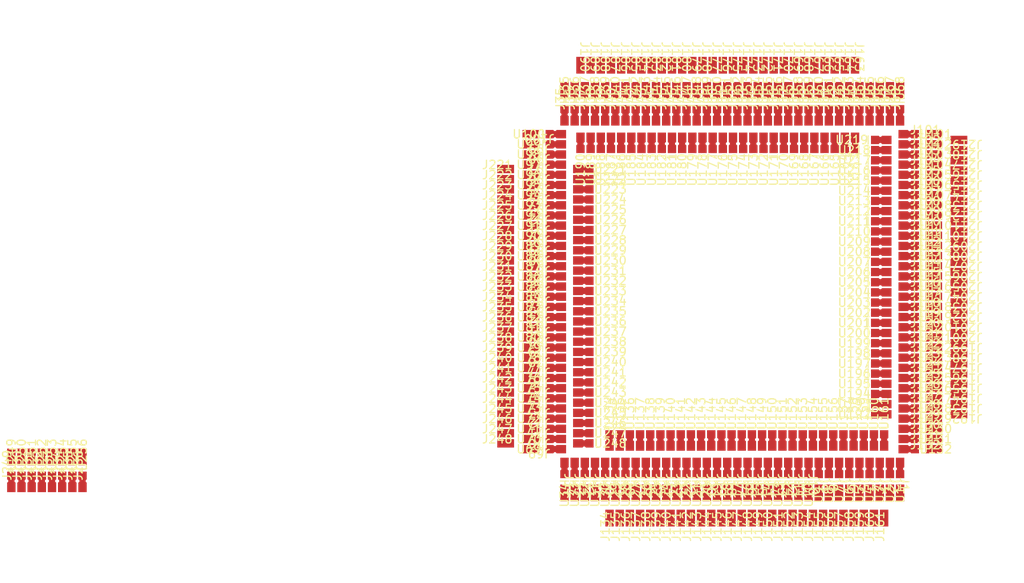
<source format=kicad_pcb>
(kicad_pcb (version 20211014) (generator pcbnew)
  (layers (0 "F.Cu" signal) (31 "B.Cu" signal) (34 "B.Paste" user) (35 "F.Paste" user) (36 "B.SilkS" user "B.Silkscreen") (37 "F.SilkS" user "F.Silkscreen") (38 "B.Mask" user) (39 "F.Mask" user) (44 "Edge.Cuts" user))
  (net 0 "")
  (footprint "1mm_x_1mm_solder_pad:1mm_x_1mm_solder_pad" (layer "F.Cu") (at 67.720001 28.35 -90)
    (fp_text reference "J190")
    (fp_text value "Conn_01x01_Male")
  )
  (footprint "TE_2329497-2:TE_2329497-2" (layer "F.Cu") (at 67.030001 41.71)
    (fp_text reference "U221")
    (fp_text value "2329497-2")
  )
  (footprint "1mm_x_1mm_solder_pad:1mm_x_1mm_solder_pad" (layer "F.Cu") (at 57.820001 74.379999)
    (fp_text reference "J248")
    (fp_text value "Conn_01x01_Male")
  )
  (footprint "TE_2329497-2:TE_2329497-2" (layer "F.Cu") (at 104.540001 55.19 180)
    (fp_text reference "U205")
    (fp_text value "2329497-2")
  )
  (footprint "1mm_x_1mm_solder_pad:1mm_x_1mm_solder_pad" (layer "F.Cu") (at 7.26 77 90)
    (fp_text reference "J255")
    (fp_text value "Conn_01x01_Male")
  )
  (footprint "1mm_x_1mm_solder_pad:1mm_x_1mm_solder_pad" (layer "F.Cu") (at 90.540001 84.28 90)
    (fp_text reference "J150")
    (fp_text value "Conn_01x01_Male")
  )
  (footprint "TE_2329497-2:TE_2329497-2" (layer "F.Cu") (at 73.080001 76.28 -90)
    (fp_text reference "U28")
    (fp_text value "2329497-2")
  )
  (footprint "TE_2329497-2:TE_2329497-2" (layer "F.Cu") (at 70.660001 76.28 -90)
    (fp_text reference "U30")
    (fp_text value "2329497-2")
  )
  (footprint "TE_2329497-2:TE_2329497-2" (layer "F.Cu") (at 80.860001 75.07 90)
    (fp_text reference "U142")
    (fp_text value "2329497-2")
  )
  (footprint "1mm_x_1mm_solder_pad:1mm_x_1mm_solder_pad" (layer "F.Cu") (at 65.820001 79.28 -90)
    (fp_text reference "J34")
    (fp_text value "Conn_01x01_Male")
  )
  (footprint "TE_2329497-2:TE_2329497-2" (layer "F.Cu") (at 92.960001 75.07 90)
    (fp_text reference "U152")
    (fp_text value "2329497-2")
  )
  (footprint "TE_2329497-2:TE_2329497-2" (layer "F.Cu") (at 70.660001 36.35 90)
    (fp_text reference "U39")
    (fp_text value "2329497-2")
  )
  (footprint "1mm_x_1mm_solder_pad:1mm_x_1mm_solder_pad" (layer "F.Cu") (at 113.750001 46.719999 180)
    (fp_text reference "J212")
    (fp_text value "Conn_01x01_Male")
  )
  (footprint "TE_2329497-2:TE_2329497-2" (layer "F.Cu") (at 89.330001 75.07 90)
    (fp_text reference "U149")
    (fp_text value "2329497-2")
  )
  (footprint "TE_2329497-2:TE_2329497-2" (layer "F.Cu") (at 65.820001 76.28 -90)
    (fp_text reference "U34")
    (fp_text value "2329497-2")
  )
  (footprint "1mm_x_1mm_solder_pad:1mm_x_1mm_solder_pad" (layer "F.Cu") (at 113.750001 61.239999 180)
    (fp_text reference "J200")
    (fp_text value "Conn_01x01_Male")
  )
  (footprint "TE_2329497-2:TE_2329497-2" (layer "F.Cu") (at 89.5 37.56 -90)
    (fp_text reference "U172")
    (fp_text value "2329497-2")
  )
  (footprint "TE_2329497-2:TE_2329497-2" (layer "F.Cu") (at 104.540001 76.28 -90)
    (fp_text reference "U2")
    (fp_text value "2329497-2")
  )
  (footprint "1mm_x_1mm_solder_pad:1mm_x_1mm_solder_pad" (layer "F.Cu") (at 57.820001 45.34)
    (fp_text reference "J224")
    (fp_text value "Conn_01x01_Male")
  )
  (footprint "1mm_x_1mm_solder_pad:1mm_x_1mm_solder_pad" (layer "F.Cu") (at 108.750001 73.86)
    (fp_text reference "J131")
    (fp_text value "Conn_01x01_Male")
  )
  (footprint "TE_2329497-2:TE_2329497-2" (layer "F.Cu") (at 105.750001 73.86)
    (fp_text reference "U131")
    (fp_text value "2329497-2")
  )
  (footprint "1mm_x_1mm_solder_pad:1mm_x_1mm_solder_pad" (layer "F.Cu") (at 77.920001 33.35 90)
    (fp_text reference "J45")
    (fp_text value "Conn_01x01_Male")
  )
  (footprint "1mm_x_1mm_solder_pad:1mm_x_1mm_solder_pad" (layer "F.Cu") (at 57.820001 56.23)
    (fp_text reference "J233")
    (fp_text value "Conn_01x01_Male")
  )
  (footprint "1mm_x_1mm_solder_pad:1mm_x_1mm_solder_pad" (layer "F.Cu") (at 82.24 28.35 -90)
    (fp_text reference "J178")
    (fp_text value "Conn_01x01_Male")
  )
  (footprint "TE_2329497-2:TE_2329497-2" (layer "F.Cu") (at 67.030001 58.65)
    (fp_text reference "U235")
    (fp_text value "2329497-2")
  )
  (footprint "TE_2329497-2:TE_2329497-2" (layer "F.Cu") (at 105.750001 54.499999)
    (fp_text reference "U115")
    (fp_text value "2329497-2")
  )
  (footprint "1mm_x_1mm_solder_pad:1mm_x_1mm_solder_pad" (layer "F.Cu") (at 73.600001 84.28 90)
    (fp_text reference "J136")
    (fp_text value "Conn_01x01_Male")
  )
  (footprint "1mm_x_1mm_solder_pad:1mm_x_1mm_solder_pad" (layer "F.Cu") (at 73.77 28.35 -90)
    (fp_text reference "J185")
    (fp_text value "Conn_01x01_Male")
  )
  (footprint "1mm_x_1mm_solder_pad:1mm_x_1mm_solder_pad" (layer "F.Cu") (at 57.820001 41.71)
    (fp_text reference "J221")
    (fp_text value "Conn_01x01_Male")
  )
  (footprint "TE_2329497-2:TE_2329497-2" (layer "F.Cu") (at 104.540001 70.919999 180)
    (fp_text reference "U192")
    (fp_text value "2329497-2")
  )
  (footprint "1mm_x_1mm_solder_pad:1mm_x_1mm_solder_pad" (layer "F.Cu") (at 57.820001 47.76)
    (fp_text reference "J226")
    (fp_text value "Conn_01x01_Male")
  )
  (footprint "1mm_x_1mm_solder_pad:1mm_x_1mm_solder_pad" (layer "F.Cu") (at 57.820001 71.96)
    (fp_text reference "J246")
    (fp_text value "Conn_01x01_Male")
  )
  (footprint "TE_2329497-2:TE_2329497-2" (layer "F.Cu") (at 83.970001 76.28 -90)
    (fp_text reference "U19")
    (fp_text value "2329497-2")
  )
  (footprint "1mm_x_1mm_solder_pad:1mm_x_1mm_solder_pad" (layer "F.Cu") (at 4.84 77 90)
    (fp_text reference "J253")
    (fp_text value "Conn_01x01_Male")
  )
  (footprint "1mm_x_1mm_solder_pad:1mm_x_1mm_solder_pad" (layer "F.Cu") (at 85.87 28.35 -90)
    (fp_text reference "J175")
    (fp_text value "Conn_01x01_Male")
  )
  (footprint "1mm_x_1mm_solder_pad:1mm_x_1mm_solder_pad" (layer "F.Cu") (at 92.44 33.35 90)
    (fp_text reference "J57")
    (fp_text value "Conn_01x01_Male")
  )
  (footprint "1mm_x_1mm_solder_pad:1mm_x_1mm_solder_pad" (layer "F.Cu") (at 57.820001 55.02)
    (fp_text reference "J232")
    (fp_text value "Conn_01x01_Male")
  )
  (footprint "TE_2329497-2:TE_2329497-2" (layer "F.Cu") (at 88.290001 37.56 -90)
    (fp_text reference "U173")
    (fp_text value "2329497-2")
  )
  (footprint "1mm_x_1mm_solder_pad:1mm_x_1mm_solder_pad" (layer "F.Cu") (at 57.820001 58.65)
    (fp_text reference "J235")
    (fp_text value "Conn_01x01_Male")
  )
  (footprint "TE_2329497-2:TE_2329497-2" (layer "F.Cu") (at 71.180001 75.07 90)
    (fp_text reference "U134")
    (fp_text value "2329497-2")
  )
  (footprint "TE_2329497-2:TE_2329497-2" (layer "F.Cu") (at 74.980001 37.56 -90)
    (fp_text reference "U184")
    (fp_text value "2329497-2")
  )
  (footprint "1mm_x_1mm_solder_pad:1mm_x_1mm_solder_pad" (layer "F.Cu") (at 57.820001 67.119999)
    (fp_text reference "J242")
    (fp_text value "Conn_01x01_Male")
  )
  (footprint "1mm_x_1mm_solder_pad:1mm_x_1mm_solder_pad" (layer "F.Cu") (at 91.92 28.35 -90)
    (fp_text reference "J170")
    (fp_text value "Conn_01x01_Male")
  )
  (footprint "1mm_x_1mm_solder_pad:1mm_x_1mm_solder_pad" (layer "F.Cu") (at 104.540001 33.35 90)
    (fp_text reference "J67")
    (fp_text value "Conn_01x01_Male")
  )
  (footprint "1mm_x_1mm_solder_pad:1mm_x_1mm_solder_pad" (layer "F.Cu") (at 105.750001 33.35 90)
    (fp_text reference "J68")
    (fp_text value "Conn_01x01_Male")
  )
  (footprint "TE_2329497-2:TE_2329497-2" (layer "F.Cu") (at 67.030001 67.119999)
    (fp_text reference "U242")
    (fp_text value "2329497-2")
  )
  (footprint "1mm_x_1mm_solder_pad:1mm_x_1mm_solder_pad" (layer "F.Cu") (at 8.469999 77 90)
    (fp_text reference "J256")
    (fp_text value "Conn_01x01_Male")
  )
  (footprint "TE_2329497-2:TE_2329497-2" (layer "F.Cu") (at 105.750001 62.97)
    (fp_text reference "U122")
    (fp_text value "2329497-2")
  )
  (footprint "TE_2329497-2:TE_2329497-2" (layer "F.Cu") (at 105.750001 75.07)
    (fp_text reference "U132")
    (fp_text value "2329497-2")
  )
  (footprint "TE_2329497-2:TE_2329497-2" (layer "F.Cu") (at 65.820001 36.35 90)
    (fp_text reference "U35")
    (fp_text value "2329497-2")
  )
  (footprint "TE_2329497-2:TE_2329497-2" (layer "F.Cu") (at 87.600001 76.28 -90)
    (fp_text reference "U16")
    (fp_text value "2329497-2")
  )
  (footprint "TE_2329497-2:TE_2329497-2" (layer "F.Cu") (at 65.820001 50.87 180)
    (fp_text reference "U89")
    (fp_text value "2329497-2")
  )
  (footprint "1mm_x_1mm_solder_pad:1mm_x_1mm_solder_pad" (layer "F.Cu") (at 102.120001 79.28 -90)
    (fp_text reference "J4")
    (fp_text value "Conn_01x01_Male")
  )
  (footprint "1mm_x_1mm_solder_pad:1mm_x_1mm_solder_pad" (layer "F.Cu") (at 85.180001 79.28 -90)
    (fp_text reference "J18")
    (fp_text value "Conn_01x01_Male")
  )
  (footprint "TE_2329497-2:TE_2329497-2" (layer "F.Cu") (at 104.540001 40.669999 180)
    (fp_text reference "U217")
    (fp_text value "2329497-2")
  )
  (footprint "TE_2329497-2:TE_2329497-2" (layer "F.Cu") (at 85.700001 75.07 90)
    (fp_text reference "U146")
    (fp_text value "2329497-2")
  )
  (footprint "1mm_x_1mm_solder_pad:1mm_x_1mm_solder_pad" (layer "F.Cu") (at 89.5 28.35 -90)
    (fp_text reference "J172")
    (fp_text value "Conn_01x01_Male")
  )
  (footprint "1mm_x_1mm_solder_pad:1mm_x_1mm_solder_pad" (layer "F.Cu") (at 69.450001 79.28 -90)
    (fp_text reference "J31")
    (fp_text value "Conn_01x01_Male")
  )
  (footprint "1mm_x_1mm_solder_pad:1mm_x_1mm_solder_pad" (layer "F.Cu") (at 62.820001 42.4 180)
    (fp_text reference "J96")
    (fp_text value "Conn_01x01_Male")
  )
  (footprint "1mm_x_1mm_solder_pad:1mm_x_1mm_solder_pad" (layer "F.Cu") (at 62.820001 47.24 180)
    (fp_text reference "J92")
    (fp_text value "Conn_01x01_Male")
  )
  (footprint "TE_2329497-2:TE_2329497-2" (layer "F.Cu") (at 67.030001 47.76)
    (fp_text reference "U226")
    (fp_text value "2329497-2")
  )
  (footprint "1mm_x_1mm_solder_pad:1mm_x_1mm_solder_pad" (layer "F.Cu") (at 108.750001 72.65)
    (fp_text reference "J130")
    (fp_text value "Conn_01x01_Male")
  )
  (footprint "1mm_x_1mm_solder_pad:1mm_x_1mm_solder_pad" (layer "F.Cu") (at 72.390001 84.28 90)
    (fp_text reference "J135")
    (fp_text value "Conn_01x01_Male")
  )
  (footprint "TE_2329497-2:TE_2329497-2" (layer "F.Cu") (at 84.660001 37.56 -90)
    (fp_text reference "U176")
    (fp_text value "2329497-2")
  )
  (footprint "1mm_x_1mm_solder_pad:1mm_x_1mm_solder_pad" (layer "F.Cu") (at 79.130002 79.28 -90)
    (fp_text reference "J23")
    (fp_text value "Conn_01x01_Male")
  )
  (footprint "TE_2329497-2:TE_2329497-2" (layer "F.Cu") (at 77.4 37.56 -90)
    (fp_text reference "U182")
    (fp_text value "2329497-2")
  )
  (footprint "TE_2329497-2:TE_2329497-2" (layer "F.Cu") (at 105.750001 43.61)
    (fp_text reference "U106")
    (fp_text value "2329497-2")
  )
  (footprint "1mm_x_1mm_solder_pad:1mm_x_1mm_solder_pad" (layer "F.Cu") (at 113.750001 45.51 180)
    (fp_text reference "J213")
    (fp_text value "Conn_01x01_Male")
  )
  (footprint "TE_2329497-2:TE_2329497-2" (layer "F.Cu") (at 65.820001 67.81 180)
    (fp_text reference "U75")
    (fp_text value "2329497-2")
  )
  (footprint "TE_2329497-2:TE_2329497-2" (layer "F.Cu") (at 93.130001 37.56 -90)
    (fp_text reference "U169")
    (fp_text value "2329497-2")
  )
  (footprint "TE_2329497-2:TE_2329497-2" (layer "F.Cu") (at 102.120001 36.35 90)
    (fp_text reference "U65")
    (fp_text value "2329497-2")
  )
  (footprint "1mm_x_1mm_solder_pad:1mm_x_1mm_solder_pad" (layer "F.Cu") (at 113.750001 55.19 180)
    (fp_text reference "J205")
    (fp_text value "Conn_01x01_Male")
  )
  (footprint "1mm_x_1mm_solder_pad:1mm_x_1mm_solder_pad" (layer "F.Cu") (at 57.820001 64.7)
    (fp_text reference "J240")
    (fp_text value "Conn_01x01_Male")
  )
  (footprint "TE_2329497-2:TE_2329497-2" (layer "F.Cu") (at 76.710001 76.28 -90)
    (fp_text reference "U25")
    (fp_text value "2329497-2")
  )
  (footprint "1mm_x_1mm_solder_pad:1mm_x_1mm_solder_pad" (layer "F.Cu") (at 76.020001 84.28 90)
    (fp_text reference "J138")
    (fp_text value "Conn_01x01_Male")
  )
  (footprint "TE_2329497-2:TE_2329497-2" (layer "F.Cu") (at 80.340001 76.28 -90)
    (fp_text reference "U22")
    (fp_text value "2329497-2")
  )
  (footprint "TE_2329497-2:TE_2329497-2" (layer "F.Cu") (at 65.820001 73.86 180)
    (fp_text reference "U70")
    (fp_text value "2329497-2")
  )
  (footprint "1mm_x_1mm_solder_pad:1mm_x_1mm_solder_pad" (layer "F.Cu") (at 84.490001 84.28 90)
    (fp_text reference "J145")
    (fp_text value "Conn_01x01_Male")
  )
  (footprint "TE_2329497-2:TE_2329497-2" (layer "F.Cu") (at 65.820001 39.98 180)
    (fp_text reference "U98")
    (fp_text value "2329497-2")
  )
  (footprint "1mm_x_1mm_solder_pad:1mm_x_1mm_solder_pad" (layer "F.Cu") (at 62.820001 60.55 180)
    (fp_text reference "J81")
    (fp_text value "Conn_01x01_Male")
  )
  (footprint "1mm_x_1mm_solder_pad:1mm_x_1mm_solder_pad" (layer "F.Cu") (at 2.42 77 90)
    (fp_text reference "J251")
    (fp_text value "Conn_01x01_Male")
  )
  (footprint "1mm_x_1mm_solder_pad:1mm_x_1mm_solder_pad" (layer "F.Cu") (at 94.170001 84.28 90)
    (fp_text reference "J153")
    (fp_text value "Conn_01x01_Male")
  )
  (footprint "TE_2329497-2:TE_2329497-2" (layer "F.Cu") (at 77.230001 75.07 90)
    (fp_text reference "U139")
    (fp_text value "2329497-2")
  )
  (footprint "TE_2329497-2:TE_2329497-2" (layer "F.Cu") (at 73.600001 75.07 90)
    (fp_text reference "U136")
    (fp_text value "2329497-2")
  )
  (footprint "1mm_x_1mm_solder_pad:1mm_x_1mm_solder_pad" (layer "F.Cu") (at 62.820001 67.81 180)
    (fp_text reference "J75")
    (fp_text value "Conn_01x01_Male")
  )
  (footprint "TE_2329497-2:TE_2329497-2" (layer "F.Cu") (at 85.180001 36.35 90)
    (fp_text reference "U51")
    (fp_text value "2329497-2")
  )
  (footprint "1mm_x_1mm_solder_pad:1mm_x_1mm_solder_pad" (layer "F.Cu") (at 88.120001 84.28 90)
    (fp_text reference "J148")
    (fp_text value "Conn_01x01_Male")
  )
  (footprint "1mm_x_1mm_solder_pad:1mm_x_1mm_solder_pad" (layer "F.Cu") (at 113.750001 56.399999 180)
    (fp_text reference "J204")
    (fp_text value "Conn_01x01_Male")
  )
  (footprint "TE_2329497-2:TE_2329497-2" (layer "F.Cu") (at 67.030001 50.18)
    (fp_text reference "U228")
    (fp_text value "2329497-2")
  )
  (footprint "1mm_x_1mm_solder_pad:1mm_x_1mm_solder_pad" (layer "F.Cu") (at 113.750001 50.349999 180)
    (fp_text reference "J209")
    (fp_text value "Conn_01x01_Male")
  )
  (footprint "TE_2329497-2:TE_2329497-2" (layer "F.Cu") (at 65.820001 62.97 180)
    (fp_text reference "U79")
    (fp_text value "2329497-2")
  )
  (footprint "TE_2329497-2:TE_2329497-2" (layer "F.Cu") (at 75.500001 36.35 90)
    (fp_text reference "U43")
    (fp_text value "2329497-2")
  )
  (footprint "1mm_x_1mm_solder_pad:1mm_x_1mm_solder_pad" (layer "F.Cu") (at 6.05 77 90)
    (fp_text reference "J254")
    (fp_text value "Conn_01x01_Male")
  )
  (footprint "1mm_x_1mm_solder_pad:1mm_x_1mm_solder_pad" (layer "F.Cu") (at 62.820001 58.130001 180)
    (fp_text reference "J83")
    (fp_text value "Conn_01x01_Male")
  )
  (footprint "TE_2329497-2:TE_2329497-2" (layer "F.Cu") (at 91.230001 36.35 90)
    (fp_text reference "U56")
    (fp_text value "2329497-2")
  )
  (footprint "1mm_x_1mm_solder_pad:1mm_x_1mm_solder_pad" (layer "F.Cu") (at 113.750001 53.979999 180)
    (fp_text reference "J206")
    (fp_text value "Conn_01x01_Male")
  )
  (footprint "TE_2329497-2:TE_2329497-2" (layer "F.Cu") (at 93.650001 36.35 90)
    (fp_text reference "U58")
    (fp_text value "2329497-2")
  )
  (footprint "TE_2329497-2:TE_2329497-2" (layer "F.Cu") (at 105.750001 48.45)
    (fp_text reference "U110")
    (fp_text value "2329497-2")
  )
  (footprint "TE_2329497-2:TE_2329497-2" (layer "F.Cu") (at 105.750001 61.76)
    (fp_text reference "U121")
    (fp_text value "2329497-2")
  )
  (footprint "TE_2329497-2:TE_2329497-2" (layer "F.Cu") (at 65.820001 42.4 180)
    (fp_text reference "U96")
    (fp_text value "2329497-2")
  )
  (footprint "TE_2329497-2:TE_2329497-2" (layer "F.Cu") (at 67.030001 62.28)
    (fp_text reference "U238")
    (fp_text value "2329497-2")
  )
  (footprint "TE_2329497-2:TE_2329497-2" (layer "F.Cu") (at 65.820001 72.65 180)
    (fp_text reference "U71")
    (fp_text value "2329497-2")
  )
  (footprint "1mm_x_1mm_solder_pad:1mm_x_1mm_solder_pad" (layer "F.Cu") (at 93.650001 33.35 90)
    (fp_text reference "J58")
    (fp_text value "Conn_01x01_Male")
  )
  (footprint "TE_2329497-2:TE_2329497-2" (layer "F.Cu") (at 65.820001 66.600001 180)
    (fp_text reference "U76")
    (fp_text value "2329497-2")
  )
  (footprint "1mm_x_1mm_solder_pad:1mm_x_1mm_solder_pad" (layer "F.Cu") (at 88.290001 28.35 -90)
    (fp_text reference "J173")
    (fp_text value "Conn_01x01_Male")
  )
  (footprint "TE_2329497-2:TE_2329497-2" (layer "F.Cu") (at 2.42 80 90)
    (fp_text reference "U251")
    (fp_text value "2329497-2")
  )
  (footprint "1mm_x_1mm_solder_pad:1mm_x_1mm_solder_pad" (layer "F.Cu") (at 113.750001 57.609999 180)
    (fp_text reference "J203")
    (fp_text value "Conn_01x01_Male")
  )
  (footprint "TE_2329497-2:TE_2329497-2" (layer "F.Cu") (at 65.820001 70.23 180)
    (fp_text reference "U73")
    (fp_text value "2329497-2")
  )
  (footprint "1mm_x_1mm_solder_pad:1mm_x_1mm_solder_pad" (layer "F.Cu") (at 82.070001 84.28 90)
    (fp_text reference "J143")
    (fp_text value "Conn_01x01_Male")
  )
  (footprint "TE_2329497-2:TE_2329497-2" (layer "F.Cu") (at 67.030001 63.49)
    (fp_text reference "U239")
    (fp_text value "2329497-2")
  )
  (footprint "1mm_x_1mm_solder_pad:1mm_x_1mm_solder_pad" (layer "F.Cu") (at 94.860001 79.28 -90)
    (fp_text reference "J10")
    (fp_text value "Conn_01x01_Male")
  )
  (footprint "1mm_x_1mm_solder_pad:1mm_x_1mm_solder_pad" (layer "F.Cu") (at 100.39 28.35 -90)
    (fp_text reference "J163")
    (fp_text value "Conn_01x01_Male")
  )
  (footprint "1mm_x_1mm_solder_pad:1mm_x_1mm_solder_pad" (layer "F.Cu") (at 86.390001 79.28 -90)
    (fp_text reference "J17")
    (fp_text value "Conn_01x01_Male")
  )
  (footprint "TE_2329497-2:TE_2329497-2" (layer "F.Cu") (at 70.14 37.56 -90)
    (fp_text reference "U188")
    (fp_text value "2329497-2")
  )
  (footprint "1mm_x_1mm_solder_pad:1mm_x_1mm_solder_pad" (layer "F.Cu") (at 57.820001 70.75)
    (fp_text reference "J245")
    (fp_text value "Conn_01x01_Male")
  )
  (footprint "TE_2329497-2:TE_2329497-2" (layer "F.Cu") (at 3.63 80 90)
    (fp_text reference "U252")
    (fp_text value "2329497-2")
  )
  (footprint "1mm_x_1mm_solder_pad:1mm_x_1mm_solder_pad" (layer "F.Cu") (at 108.750001 49.66)
    (fp_text reference "J111")
    (fp_text value "Conn_01x01_Male")
  )
  (footprint "1mm_x_1mm_solder_pad:1mm_x_1mm_solder_pad" (layer "F.Cu") (at 62.820001 59.34 180)
    (fp_text reference "J82")
    (fp_text value "Conn_01x01_Male")
  )
  (footprint "1mm_x_1mm_solder_pad:1mm_x_1mm_solder_pad" (layer "F.Cu") (at 99.7 33.35 90)
    (fp_text reference "J63")
    (fp_text value "Conn_01x01_Male")
  )
  (footprint "TE_2329497-2:TE_2329497-2" (layer "F.Cu") (at 94.170001 75.07 90)
    (fp_text reference "U153")
    (fp_text value "2329497-2")
  )
  (footprint "TE_2329497-2:TE_2329497-2" (layer "F.Cu") (at 67.030001 69.54)
    (fp_text reference "U244")
    (fp_text value "2329497-2")
  )
  (footprint "1mm_x_1mm_solder_pad:1mm_x_1mm_solder_pad" (layer "F.Cu") (at 62.820001 37.56 180)
    (fp_text reference "J100")
    (fp_text value "Conn_01x01_Male")
  )
  (footprint "1mm_x_1mm_solder_pad:1mm_x_1mm_solder_pad" (layer "F.Cu") (at 83.970001 79.28 -90)
    (fp_text reference "J19")
    (fp_text value "Conn_01x01_Male")
  )
  (footprint "TE_2329497-2:TE_2329497-2" (layer "F.Cu") (at 79.650001 75.07 90)
    (fp_text reference "U141")
    (fp_text value "2329497-2")
  )
  (footprint "1mm_x_1mm_solder_pad:1mm_x_1mm_solder_pad" (layer "F.Cu") (at 80.340001 79.28 -90)
    (fp_text reference "J22")
    (fp_text value "Conn_01x01_Male")
  )
  (footprint "TE_2329497-2:TE_2329497-2" (layer "F.Cu") (at 105.750001 39.98)
    (fp_text reference "U103")
    (fp_text value "2329497-2")
  )
  (footprint "1mm_x_1mm_solder_pad:1mm_x_1mm_solder_pad" (layer "F.Cu") (at 113.750001 60.029999 180)
    (fp_text reference "J201")
    (fp_text value "Conn_01x01_Male")
  )
  (footprint "TE_2329497-2:TE_2329497-2" (layer "F.Cu") (at 83.28 75.07 90)
    (fp_text reference "U144")
    (fp_text value "2329497-2")
  )
  (footprint "1mm_x_1mm_solder_pad:1mm_x_1mm_solder_pad" (layer "F.Cu") (at 81.03 28.35 -90)
    (fp_text reference "J179")
    (fp_text value "Conn_01x01_Male")
  )
  (footprint "1mm_x_1mm_solder_pad:1mm_x_1mm_solder_pad" (layer "F.Cu") (at 108.750001 42.4)
    (fp_text reference "J105")
    (fp_text value "Conn_01x01_Male")
  )
  (footprint "1mm_x_1mm_solder_pad:1mm_x_1mm_solder_pad" (layer "F.Cu") (at 108.750001 39.98)
    (fp_text reference "J103")
    (fp_text value "Conn_01x01_Male")
  )
  (footprint "1mm_x_1mm_solder_pad:1mm_x_1mm_solder_pad" (layer "F.Cu") (at 113.750001 58.82 180)
    (fp_text reference "J202")
    (fp_text value "Conn_01x01_Male")
  )
  (footprint "1mm_x_1mm_solder_pad:1mm_x_1mm_solder_pad" (layer "F.Cu") (at 67.030001 79.28 -90)
    (fp_text reference "J33")
    (fp_text value "Conn_01x01_Male")
  )
  (footprint "TE_2329497-2:TE_2329497-2" (layer "F.Cu") (at 105.750001 46.029999)
    (fp_text reference "U108")
    (fp_text value "2329497-2")
  )
  (footprint "TE_2329497-2:TE_2329497-2" (layer "F.Cu") (at 105.750001 42.4)
    (fp_text reference "U105")
    (fp_text value "2329497-2")
  )
  (footprint "1mm_x_1mm_solder_pad:1mm_x_1mm_solder_pad" (layer "F.Cu") (at 62.820001 61.760001 180)
    (fp_text reference "J80")
    (fp_text value "Conn_01x01_Male")
  )
  (footprint "1mm_x_1mm_solder_pad:1mm_x_1mm_solder_pad" (layer "F.Cu") (at 94.860001 33.35 90)
    (fp_text reference "J59")
    (fp_text value "Conn_01x01_Male")
  )
  (footprint "1mm_x_1mm_solder_pad:1mm_x_1mm_solder_pad" (layer "F.Cu") (at 90.020001 33.35 90)
    (fp_text reference "J55")
    (fp_text value "Conn_01x01_Male")
  )
  (footprint "TE_2329497-2:TE_2329497-2" (layer "F.Cu") (at 98.490001 76.28 -90)
    (fp_text reference "U7")
    (fp_text value "2329497-2")
  )
  (footprint "TE_2329497-2:TE_2329497-2" (layer "F.Cu") (at 68.93 37.56 -90)
    (fp_text reference "U189")
    (fp_text value "2329497-2")
  )
  (footprint "TE_2329497-2:TE_2329497-2" (layer "F.Cu") (at 104.540001 51.559999 180)
    (fp_text reference "U208")
    (fp_text value "2329497-2")
  )
  (footprint "TE_2329497-2:TE_2329497-2" (layer "F.Cu") (at 76.710001 36.35 90)
    (fp_text reference "U44")
    (fp_text value "2329497-2")
  )
  (footprint "1mm_x_1mm_solder_pad:1mm_x_1mm_solder_pad" (layer "F.Cu") (at 62.820001 41.190001 180)
    (fp_text reference "J97")
    (fp_text value "Conn_01x01_Male")
  )
  (footprint "1mm_x_1mm_solder_pad:1mm_x_1mm_solder_pad" (layer "F.Cu") (at 108.750001 60.55)
    (fp_text reference "J120")
    (fp_text value "Conn_01x01_Male")
  )
  (footprint "TE_2329497-2:TE_2329497-2" (layer "F.Cu") (at 105.750001 52.08)
    (fp_text reference "U113")
    (fp_text value "2329497-2")
  )
  (footprint "TE_2329497-2:TE_2329497-2" (layer "F.Cu") (at 86.390001 76.28 -90)
    (fp_text reference "U17")
    (fp_text value "2329497-2")
  )
  (footprint "1mm_x_1mm_solder_pad:1mm_x_1mm_solder_pad" (layer "F.Cu") (at 113.750001 62.449999 180)
    (fp_text reference "J199")
    (fp_text value "Conn_01x01_Male")
  )
  (footprint "TE_2329497-2:TE_2329497-2" (layer "F.Cu") (at 90.020001 76.28 -90)
    (fp_text reference "U14")
    (fp_text value "2329497-2")
  )
  (footprint "TE_2329497-2:TE_2329497-2" (layer "F.Cu") (at 105.750001 56.92)
    (fp_text reference "U117")
    (fp_text value "2329497-2")
  )
  (footprint "1mm_x_1mm_solder_pad:1mm_x_1mm_solder_pad" (layer "F.Cu") (at 113.750001 63.66 180)
    (fp_text reference "J198")
    (fp_text value "Conn_01x01_Male")
  )
  (footprint "1mm_x_1mm_solder_pad:1mm_x_1mm_solder_pad" (layer "F.Cu") (at 97.800001 84.28 90)
    (fp_text reference "J156")
    (fp_text value "Conn_01x01_Male")
  )
  (footprint "1mm_x_1mm_solder_pad:1mm_x_1mm_solder_pad" (layer "F.Cu") (at 113.750001 52.769999 180)
    (fp_text reference "J207")
    (fp_text value "Conn_01x01_Male")
  )
  (footprint "1mm_x_1mm_solder_pad:1mm_x_1mm_solder_pad" (layer "F.Cu") (at 92.960001 84.28 90)
    (fp_text reference "J152")
    (fp_text value "Conn_01x01_Male")
  )
  (footprint "TE_2329497-2:TE_2329497-2" (layer "F.Cu") (at 65.820001 60.55 180)
    (fp_text reference "U81")
    (fp_text value "2329497-2")
  )
  (footprint "1mm_x_1mm_solder_pad:1mm_x_1mm_solder_pad" (layer "F.Cu") (at 97.280001 33.35 90)
    (fp_text reference "J61")
    (fp_text value "Conn_01x01_Male")
  )
  (footprint "1mm_x_1mm_solder_pad:1mm_x_1mm_solder_pad" (layer "F.Cu") (at 108.750001 56.92)
    (fp_text reference "J117")
    (fp_text value "Conn_01x01_Male")
  )
  (footprint "TE_2329497-2:TE_2329497-2" (layer "F.Cu") (at 82.24 37.56 -90)
    (fp_text reference "U178")
    (fp_text value "2329497-2")
  )
  (footprint "1mm_x_1mm_solder_pad:1mm_x_1mm_solder_pad" (layer "F.Cu") (at 76.710001 79.28 -90)
    (fp_text reference "J25")
    (fp_text value "Conn_01x01_Male")
  )
  (footprint "1mm_x_1mm_solder_pad:1mm_x_1mm_solder_pad" (layer "F.Cu") (at 77.4 28.35 -90)
    (fp_text reference "J182")
    (fp_text value "Conn_01x01_Male")
  )
  (footprint "TE_2329497-2:TE_2329497-2" (layer "F.Cu") (at 100.910001 76.28 -90)
    (fp_text reference "U5")
    (fp_text value "2329497-2")
  )
  (footprint "1mm_x_1mm_solder_pad:1mm_x_1mm_solder_pad" (layer "F.Cu") (at 68.240001 79.28 -90)
    (fp_text reference "J32")
    (fp_text value "Conn_01x01_Male")
  )
  (footprint "1mm_x_1mm_solder_pad:1mm_x_1mm_solder_pad" (layer "F.Cu") (at 62.820001 64.18 180)
    (fp_text reference "J78")
    (fp_text value "Conn_01x01_Male")
  )
  (footprint "1mm_x_1mm_solder_pad:1mm_x_1mm_solder_pad" (layer "F.Cu") (at 108.750001 48.45)
    (fp_text reference "J110")
    (fp_text value "Conn_01x01_Male")
  )
  (footprint "TE_2329497-2:TE_2329497-2" (layer "F.Cu") (at 67.030001 76.28 -90)
    (fp_text reference "U33")
    (fp_text value "2329497-2")
  )
  (footprint "1mm_x_1mm_solder_pad:1mm_x_1mm_solder_pad" (layer "F.Cu") (at 78.44 84.28 90)
    (fp_text reference "J140")
    (fp_text value "Conn_01x01_Male")
  )
  (footprint "TE_2329497-2:TE_2329497-2" (layer "F.Cu") (at 96.070001 36.35 90)
    (fp_text reference "U60")
    (fp_text value "2329497-2")
  )
  (footprint "TE_2329497-2:TE_2329497-2" (layer "F.Cu") (at 65.820001 56.92 180)
    (fp_text reference "U84")
    (fp_text value "2329497-2")
  )
  (footprint "1mm_x_1mm_solder_pad:1mm_x_1mm_solder_pad" (layer "F.Cu") (at 104.540001 79.28 -90)
    (fp_text reference "J2")
    (fp_text value "Conn_01x01_Male")
  )
  (footprint "1mm_x_1mm_solder_pad:1mm_x_1mm_solder_pad" (layer "F.Cu") (at 99.700001 79.28 -90)
    (fp_text reference "J6")
    (fp_text value "Conn_01x01_Male")
  )
  (footprint "1mm_x_1mm_solder_pad:1mm_x_1mm_solder_pad" (layer "F.Cu") (at 62.820001 65.39 180)
    (fp_text reference "J77")
    (fp_text value "Conn_01x01_Male")
  )
  (footprint "1mm_x_1mm_solder_pad:1mm_x_1mm_solder_pad" (layer "F.Cu") (at 76.710001 33.35 90)
    (fp_text reference "J44")
    (fp_text value "Conn_01x01_Male")
  )
  (footprint "TE_2329497-2:TE_2329497-2" (layer "F.Cu") (at 90.540001 75.07 90)
    (fp_text reference "U150")
    (fp_text value "2329497-2")
  )
  (footprint "TE_2329497-2:TE_2329497-2" (layer "F.Cu") (at 81.550001 36.35 90)
    (fp_text reference "U48")
    (fp_text value "2329497-2")
  )
  (footprint "1mm_x_1mm_solder_pad:1mm_x_1mm_solder_pad" (layer "F.Cu") (at 97.280002 79.28 -90)
    (fp_text reference "J8")
    (fp_text value "Conn_01x01_Male")
  )
  (footprint "TE_2329497-2:TE_2329497-2" (layer "F.Cu") (at 105.750001 64.179999)
    (fp_text reference "U123")
    (fp_text value "2329497-2")
  )
  (footprint "1mm_x_1mm_solder_pad:1mm_x_1mm_solder_pad" (layer "F.Cu") (at 102.640001 84.28 90)
    (fp_text reference "J160")
    (fp_text value "Conn_01x01_Male")
  )
  (footprint "1mm_x_1mm_solder_pad:1mm_x_1mm_solder_pad" (layer "F.Cu") (at 57.820001 51.39)
    (fp_text reference "J229")
    (fp_text value "Conn_01x01_Male")
  )
  (footprint "1mm_x_1mm_solder_pad:1mm_x_1mm_solder_pad" (layer "F.Cu") (at 101.430001 84.28 90)
    (fp_text reference "J159")
    (fp_text value "Conn_01x01_Male")
  )
  (footprint "TE_2329497-2:TE_2329497-2" (layer "F.Cu") (at 77.920001 76.28 -90)
    (fp_text reference "U24")
    (fp_text value "2329497-2")
  )
  (footprint "1mm_x_1mm_solder_pad:1mm_x_1mm_solder_pad" (layer "F.Cu") (at 113.750001 43.089999 180)
    (fp_text reference "J215")
    (fp_text value "Conn_01x01_Male")
  )
  (footprint "1mm_x_1mm_solder_pad:1mm_x_1mm_solder_pad" (layer "F.Cu") (at 70.660001 79.28 -90)
    (fp_text reference "J30")
    (fp_text value "Conn_01x01_Male")
  )
  (footprint "TE_2329497-2:TE_2329497-2" (layer "F.Cu") (at 67.030001 61.07)
    (fp_text reference "U237")
    (fp_text value "2329497-2")
  )
  (footprint "1mm_x_1mm_solder_pad:1mm_x_1mm_solder_pad" (layer "F.Cu") (at 108.750001 37.56)
    (fp_text reference "J101")
    (fp_text value "Conn_01x01_Male")
  )
  (footprint "TE_2329497-2:TE_2329497-2" (layer "F.Cu") (at 92.440002 76.28 -90)
    (fp_text reference "U12")
    (fp_text value "2329497-2")
  )
  (footprint "TE_2329497-2:TE_2329497-2" (layer "F.Cu") (at 67.030001 44.13)
    (fp_text reference "U223")
    (fp_text value "2329497-2")
  )
  (footprint "TE_2329497-2:TE_2329497-2" (layer "F.Cu") (at 82.760001 76.28 -90)
    (fp_text reference "U20")
    (fp_text value "2329497-2")
  )
  (footprint "1mm_x_1mm_solder_pad:1mm_x_1mm_solder_pad" (layer "F.Cu") (at 108.750001 69.02)
    (fp_text reference "J127")
    (fp_text value "Conn_01x01_Male")
  )
  (footprint "TE_2329497-2:TE_2329497-2" (layer "F.Cu") (at 104.540001 50.349999 180)
    (fp_text reference "U209")
    (fp_text value "2329497-2")
  )
  (footprint "1mm_x_1mm_solder_pad:1mm_x_1mm_solder_pad" (layer "F.Cu") (at 71.870002 79.28 -90)
    (fp_text reference "J29")
    (fp_text value "Conn_01x01_Male")
  )
  (footprint "TE_2329497-2:TE_2329497-2" (layer "F.Cu") (at 65.820001 48.450001 180)
    (fp_text reference "U91")
    (fp_text value "2329497-2")
  )
  (footprint "TE_2329497-2:TE_2329497-2" (layer "F.Cu") (at 104.540001 47.929999 180)
    (fp_text reference "U211")
    (fp_text value "2329497-2")
  )
  (footprint "1mm_x_1mm_solder_pad:1mm_x_1mm_solder_pad" (layer "F.Cu") (at 98.490001 33.35 90)
    (fp_text reference "J62")
    (fp_text value "Conn_01x01_Male")
  )
  (footprint "1mm_x_1mm_solder_pad:1mm_x_1mm_solder_pad" (layer "F.Cu") (at 113.750001 68.499999 180)
    (fp_text reference "J194")
    (fp_text value "Conn_01x01_Male")
  )
  (footprint "1mm_x_1mm_solder_pad:1mm_x_1mm_solder_pad" (layer "F.Cu") (at 88.810001 33.35 90)
    (fp_text reference "J54")
    (fp_text value "Conn_01x01_Male")
  )
  (footprint "TE_2329497-2:TE_2329497-2" (layer "F.Cu") (at 104.540001 58.82 180)
    (fp_text reference "U202")
    (fp_text value "2329497-2")
  )
  (footprint "TE_2329497-2:TE_2329497-2" (layer "F.Cu") (at 95.55 37.56 -90)
    (fp_text reference "U167")
    (fp_text value "2329497-2")
  )
  (footprint "TE_2329497-2:TE_2329497-2" (layer "F.Cu") (at 65.820001 64.18 180)
    (fp_text reference "U78")
    (fp_text value "2329497-2")
  )
  (footprint "TE_2329497-2:TE_2329497-2" (layer "F.Cu") (at 84.490001 75.07 90)
    (fp_text reference "U145")
    (fp_text value "2329497-2")
  )
  (footprint "1mm_x_1mm_solder_pad:1mm_x_1mm_solder_pad" (layer "F.Cu") (at 83.970001 33.35 90)
    (fp_text reference "J50")
    (fp_text value "Conn_01x01_Male")
  )
  (footprint "TE_2329497-2:TE_2329497-2" (layer "F.Cu") (at 104.540001 46.719999 180)
    (fp_text reference "U212")
    (fp_text value "2329497-2")
  )
  (footprint "1mm_x_1mm_solder_pad:1mm_x_1mm_solder_pad" (layer "F.Cu") (at 1.21 77 90)
    (fp_text reference "J250")
    (fp_text value "Conn_01x01_Male")
  )
  (footprint "TE_2329497-2:TE_2329497-2" (layer "F.Cu") (at 65.820001 46.03 180)
    (fp_text reference "U93")
    (fp_text value "2329497-2")
  )
  (footprint "TE_2329497-2:TE_2329497-2" (layer "F.Cu") (at 104.540001 38.25 180)
    (fp_text reference "U219")
    (fp_text value "2329497-2")
  )
  (footprint "1mm_x_1mm_solder_pad:1mm_x_1mm_solder_pad" (layer "F.Cu") (at 99.010001 84.28 90)
    (fp_text reference "J157")
    (fp_text value "Conn_01x01_Male")
  )
  (footprint "1mm_x_1mm_solder_pad:1mm_x_1mm_solder_pad" (layer "F.Cu") (at 95.55 28.35 -90)
    (fp_text reference "J167")
    (fp_text value "Conn_01x01_Male")
  )
  (footprint "1mm_x_1mm_solder_pad:1mm_x_1mm_solder_pad" (layer "F.Cu") (at 62.820001 48.450001 180)
    (fp_text reference "J91")
    (fp_text value "Conn_01x01_Male")
  )
  (footprint "1mm_x_1mm_solder_pad:1mm_x_1mm_solder_pad" (layer "F.Cu") (at 78.61 28.35 -90)
    (fp_text reference "J181")
    (fp_text value "Conn_01x01_Male")
  )
  (footprint "TE_2329497-2:TE_2329497-2" (layer "F.Cu") (at 82.76 36.35 90)
    (fp_text reference "U49")
    (fp_text value "2329497-2")
  )
  (footprint "TE_2329497-2:TE_2329497-2" (layer "F.Cu") (at 83.45 37.56 -90)
    (fp_text reference "U177")
    (fp_text value "2329497-2")
  )
  (footprint "1mm_x_1mm_solder_pad:1mm_x_1mm_solder_pad" (layer "F.Cu") (at 74.980001 28.35 -90)
    (fp_text reference "J184")
    (fp_text value "Conn_01x01_Male")
  )
  (footprint "1mm_x_1mm_solder_pad:1mm_x_1mm_solder_pad" (layer "F.Cu") (at 76.19 28.35 -90)
    (fp_text reference "J183")
    (fp_text value "Conn_01x01_Male")
  )
  (footprint "1mm_x_1mm_solder_pad:1mm_x_1mm_solder_pad" (layer "F.Cu") (at 71.180001 84.28 90)
    (fp_text reference "J134")
    (fp_text value "Conn_01x01_Male")
  )
  (footprint "1mm_x_1mm_solder_pad:1mm_x_1mm_solder_pad" (layer "F.Cu") (at 80.860001 84.28 90)
    (fp_text reference "J142")
    (fp_text value "Conn_01x01_Male")
  )
  (footprint "TE_2329497-2:TE_2329497-2" (layer "F.Cu") (at 87.08 37.56 -90)
    (fp_text reference "U174")
    (fp_text value "2329497-2")
  )
  (footprint "TE_2329497-2:TE_2329497-2" (layer "F.Cu") (at 103.330001 76.28 -90)
    (fp_text reference "U3")
    (fp_text value "2329497-2")
  )
  (footprint "TE_2329497-2:TE_2329497-2" (layer "F.Cu") (at 102.640001 75.07 90)
    (fp_text reference "U160")
    (fp_text value "2329497-2")
  )
  (footprint "TE_2329497-2:TE_2329497-2" (layer "F.Cu") (at 105.750001 55.71)
    (fp_text reference "U116")
    (fp_text value "2329497-2")
  )
  (footprint "1mm_x_1mm_solder_pad:1mm_x_1mm_solder_pad" (layer "F.Cu") (at 87.08 28.35 -90)
    (fp_text reference "J174")
    (fp_text value "Conn_01x01_Male")
  )
  (footprint "1mm_x_1mm_solder_pad:1mm_x_1mm_solder_pad" (layer "F.Cu") (at 62.820001 66.600001 180)
    (fp_text reference "J76")
    (fp_text value "Conn_01x01_Male")
  )
  (footprint "TE_2329497-2:TE_2329497-2" (layer "F.Cu") (at 105.750001 65.39)
    (fp_text reference "U124")
    (fp_text value "2329497-2")
  )
  (footprint "1mm_x_1mm_solder_pad:1mm_x_1mm_solder_pad" (layer "F.Cu") (at 113.750001 66.079999 180)
    (fp_text reference "J196")
    (fp_text value "Conn_01x01_Male")
  )
  (footprint "TE_2329497-2:TE_2329497-2" (layer "F.Cu") (at 67.030001 45.34)
    (fp_text reference "U224")
    (fp_text value "2329497-2")
  )
  (footprint "TE_2329497-2:TE_2329497-2" (layer "F.Cu") (at 67.030001 48.969999)
    (fp_text reference "U227")
    (fp_text value "2329497-2")
  )
  (footprint "1mm_x_1mm_solder_pad:1mm_x_1mm_solder_pad" (layer "F.Cu") (at 108.750001 55.71)
    (fp_text reference "J116")
    (fp_text value "Conn_01x01_Male")
  )
  (footprint "1mm_x_1mm_solder_pad:1mm_x_1mm_solder_pad" (layer "F.Cu") (at 99.18 28.35 -90)
    (fp_text reference "J164")
    (fp_text value "Conn_01x01_Male")
  )
  (footprint "TE_2329497-2:TE_2329497-2" (layer "F.Cu") (at 97.280001 36.35 90)
    (fp_text reference "U61")
    (fp_text value "2329497-2")
  )
  (footprint "1mm_x_1mm_solder_pad:1mm_x_1mm_solder_pad" (layer "F.Cu") (at 0 77 90)
    (fp_text reference "J249")
    (fp_text value "Conn_01x01_Male")
  )
  (footprint "TE_2329497-2:TE_2329497-2" (layer "F.Cu") (at 105.750001 44.82)
    (fp_text reference "U107")
    (fp_text value "2329497-2")
  )
  (footprint "1mm_x_1mm_solder_pad:1mm_x_1mm_solder_pad" (layer "F.Cu") (at 74.810001 84.28 90)
    (fp_text reference "J137")
    (fp_text value "Conn_01x01_Male")
  )
  (footprint "1mm_x_1mm_solder_pad:1mm_x_1mm_solder_pad" (layer "F.Cu") (at 68.93 28.35 -90)
    (fp_text reference "J189")
    (fp_text value "Conn_01x01_Male")
  )
  (footprint "TE_2329497-2:TE_2329497-2" (layer "F.Cu") (at 94.860001 36.35 90)
    (fp_text reference "U59")
    (fp_text value "2329497-2")
  )
  (footprint "TE_2329497-2:TE_2329497-2" (layer "F.Cu") (at 67.030001 56.23)
    (fp_text reference "U233")
    (fp_text value "2329497-2")
  )
  (footprint "1mm_x_1mm_solder_pad:1mm_x_1mm_solder_pad" (layer "F.Cu") (at 108.750001 65.39)
    (fp_text reference "J124")
    (fp_text value "Conn_01x01_Male")
  )
  (footprint "1mm_x_1mm_solder_pad:1mm_x_1mm_solder_pad" (layer "F.Cu") (at 93.130001 28.35 -90)
    (fp_text reference "J169")
    (fp_text value "Conn_01x01_Male")
  )
  (footprint "1mm_x_1mm_solder_pad:1mm_x_1mm_solder_pad" (layer "F.Cu") (at 62.820001 38.77 180)
    (fp_text reference "J99")
    (fp_text value "Conn_01x01_Male")
  )
  (footprint "1mm_x_1mm_solder_pad:1mm_x_1mm_solder_pad" (layer "F.Cu") (at 62.820001 54.5 180)
    (fp_text reference "J86")
    (fp_text value "Conn_01x01_Male")
  )
  (footprint "TE_2329497-2:TE_2329497-2" (layer "F.Cu") (at 105.750001 47.24)
    (fp_text reference "U109")
    (fp_text value "2329497-2")
  )
  (footprint "TE_2329497-2:TE_2329497-2" (layer "F.Cu") (at 91.750001 75.07 90)
    (fp_text reference "U151")
    (fp_text value "2329497-2")
  )
  (footprint "1mm_x_1mm_solder_pad:1mm_x_1mm_solder_pad" (layer "F.Cu") (at 79.13 33.35 90)
    (fp_text reference "J46")
    (fp_text value "Conn_01x01_Male")
  )
  (footprint "1mm_x_1mm_solder_pad:1mm_x_1mm_solder_pad" (layer "F.Cu") (at 70.660001 33.35 90)
    (fp_text reference "J39")
    (fp_text value "Conn_01x01_Male")
  )
  (footprint "1mm_x_1mm_solder_pad:1mm_x_1mm_solder_pad" (layer "F.Cu") (at 62.820001 62.97 180)
    (fp_text reference "J79")
    (fp_text value "Conn_01x01_Male")
  )
  (footprint "1mm_x_1mm_solder_pad:1mm_x_1mm_solder_pad" (layer "F.Cu") (at 81.550001 33.35 90)
    (fp_text reference "J48")
    (fp_text value "Conn_01x01_Male")
  )
  (footprint "TE_2329497-2:TE_2329497-2" (layer "F.Cu") (at 97.97 37.56 -90)
    (fp_text reference "U165")
    (fp_text value "2329497-2")
  )
  (footprint "1mm_x_1mm_solder_pad:1mm_x_1mm_solder_pad" (layer "F.Cu") (at 108.750001 53.29)
    (fp_text reference "J114")
    (fp_text value "Conn_01x01_Male")
  )
  (footprint "TE_2329497-2:TE_2329497-2" (layer "F.Cu") (at 88.120001 75.07 90)
    (fp_text reference "U148")
    (fp_text value "2329497-2")
  )
  (footprint "1mm_x_1mm_solder_pad:1mm_x_1mm_solder_pad" (layer "F.Cu") (at 108.750001 47.24)
    (fp_text reference "J109")
    (fp_text value "Conn_01x01_Male")
  )
  (footprint "TE_2329497-2:TE_2329497-2" (layer "F.Cu") (at 93.650001 76.28 -90)
    (fp_text reference "U11")
    (fp_text value "2329497-2")
  )
  (footprint "1mm_x_1mm_solder_pad:1mm_x_1mm_solder_pad" (layer "F.Cu") (at 65.820001 33.35 90)
    (fp_text reference "J35")
    (fp_text value "Conn_01x01_Male")
  )
  (footprint "1mm_x_1mm_solder_pad:1mm_x_1mm_solder_pad" (layer "F.Cu") (at 62.820001 50.87 180)
    (fp_text reference "J89")
    (fp_text value "Conn_01x01_Male")
  )
  (footprint "1mm_x_1mm_solder_pad:1mm_x_1mm_solder_pad" (layer "F.Cu") (at 57.820001 59.86)
    (fp_text reference "J236")
    (fp_text value "Conn_01x01_Male")
  )
  (footprint "TE_2329497-2:TE_2329497-2" (layer "F.Cu") (at 65.820001 41.190001 180)
    (fp_text reference "U97")
    (fp_text value "2329497-2")
  )
  (footprint "TE_2329497-2:TE_2329497-2" (layer "F.Cu") (at 104.540001 39.459999 180)
    (fp_text reference "U218")
    (fp_text value "2329497-2")
  )
  (footprint "1mm_x_1mm_solder_pad:1mm_x_1mm_solder_pad" (layer "F.Cu") (at 108.750001 59.34)
    (fp_text reference "J119")
    (fp_text value "Conn_01x01_Male")
  )
  (footprint "1mm_x_1mm_solder_pad:1mm_x_1mm_solder_pad" (layer "F.Cu") (at 113.750001 69.709999 180)
    (fp_text reference "J193")
    (fp_text value "Conn_01x01_Male")
  )
  (footprint "TE_2329497-2:TE_2329497-2" (layer "F.Cu") (at 105.750001 60.55)
    (fp_text reference "U120")
    (fp_text value "2329497-2")
  )
  (footprint "TE_2329497-2:TE_2329497-2" (layer "F.Cu") (at 79.82 37.56 -90)
    (fp_text reference "U180")
    (fp_text value "2329497-2")
  )
  (footprint "TE_2329497-2:TE_2329497-2" (layer "F.Cu") (at 7.26 80 90)
    (fp_text reference "U255")
    (fp_text value "2329497-2")
  )
  (footprint "1mm_x_1mm_solder_pad:1mm_x_1mm_solder_pad" (layer "F.Cu") (at 108.750001 41.19)
    (fp_text reference "J104")
    (fp_text value "Conn_01x01_Male")
  )
  (footprint "TE_2329497-2:TE_2329497-2" (layer "F.Cu") (at 72.390001 75.07 90)
    (fp_text reference "U135")
    (fp_text value "2329497-2")
  )
  (footprint "TE_2329497-2:TE_2329497-2" (layer "F.Cu") (at 97.800001 75.07 90)
    (fp_text reference "U156")
    (fp_text value "2329497-2")
  )
  (footprint "1mm_x_1mm_solder_pad:1mm_x_1mm_solder_pad" (layer "F.Cu") (at 92.440002 79.28 -90)
    (fp_text reference "J12")
    (fp_text value "Conn_01x01_Male")
  )
  (footprint "TE_2329497-2:TE_2329497-2" (layer "F.Cu") (at 105.750001 50.869999)
    (fp_text reference "U112")
    (fp_text value "2329497-2")
  )
  (footprint "1mm_x_1mm_solder_pad:1mm_x_1mm_solder_pad" (layer "F.Cu") (at 97.97 28.35 -90)
    (fp_text reference "J165")
    (fp_text value "Conn_01x01_Male")
  )
  (footprint "TE_2329497-2:TE_2329497-2" (layer "F.Cu") (at 105.750001 76.28 -90)
    (fp_text reference "U1")
    (fp_text value "2329497-2")
  )
  (footprint "TE_2329497-2:TE_2329497-2" (layer "F.Cu") (at 74.810001 75.07 90)
    (fp_text reference "U137")
    (fp_text value "2329497-2")
  )
  (footprint "TE_2329497-2:TE_2329497-2" (layer "F.Cu") (at 69.450001 36.35 90)
    (fp_text reference "U38")
    (fp_text value "2329497-2")
  )
  (footprint "TE_2329497-2:TE_2329497-2" (layer "F.Cu") (at 99.18 37.56 -90)
    (fp_text reference "U164")
    (fp_text value "2329497-2")
  )
  (footprint "1mm_x_1mm_solder_pad:1mm_x_1mm_solder_pad" (layer "F.Cu") (at 82.76 33.35 90)
    (fp_text reference "J49")
    (fp_text value "Conn_01x01_Male")
  )
  (footprint "1mm_x_1mm_solder_pad:1mm_x_1mm_solder_pad" (layer "F.Cu") (at 90.71 28.35 -90)
    (fp_text reference "J171")
    (fp_text value "Conn_01x01_Male")
  )
  (footprint "TE_2329497-2:TE_2329497-2" (layer "F.Cu") (at 105.750001 58.13)
    (fp_text reference "U118")
    (fp_text value "2329497-2")
  )
  (footprint "TE_2329497-2:TE_2329497-2" (layer "F.Cu") (at 103.85 75.07 90)
    (fp_text reference "U161")
    (fp_text value "2329497-2")
  )
  (footprint "TE_2329497-2:TE_2329497-2" (layer "F.Cu") (at 101.430001 75.07 90)
    (fp_text reference "U159")
    (fp_text value "2329497-2")
  )
  (footprint "TE_2329497-2:TE_2329497-2" (layer "F.Cu") (at 67.030001 53.809999)
    (fp_text reference "U231")
    (fp_text value "2329497-2")
  )
  (footprint "TE_2329497-2:TE_2329497-2" (layer "F.Cu") (at 104.540001 36.35 90)
    (fp_text reference "U67")
    (fp_text value "2329497-2")
  )
  (footprint "TE_2329497-2:TE_2329497-2" (layer "F.Cu") (at 65.820001 58.130001 180)
    (fp_text reference "U83")
    (fp_text value "2329497-2")
  )
  (footprint "TE_2329497-2:TE_2329497-2" (layer "F.Cu") (at 105.750001 70.23)
    (fp_text reference "U128")
    (fp_text value "2329497-2")
  )
  (footprint "TE_2329497-2:TE_2329497-2" (layer "F.Cu") (at 91.92 37.56 -90)
    (fp_text reference "U170")
    (fp_text value "2329497-2")
  )
  (footprint "TE_2329497-2:TE_2329497-2" (layer "F.Cu") (at 94.34 37.56 -90)
    (fp_text reference "U168")
    (fp_text value "2329497-2")
  )
  (footprint "TE_2329497-2:TE_2329497-2" (layer "F.Cu") (at 65.820001 47.24 180)
    (fp_text reference "U92")
    (fp_text value "2329497-2")
  )
  (footprint "TE_2329497-2:TE_2329497-2" (layer "F.Cu") (at 95.380001 75.07 90)
    (fp_text reference "U154")
    (fp_text value "2329497-2")
  )
  (footprint "TE_2329497-2:TE_2329497-2" (layer "F.Cu") (at 104.540001 41.879999 180)
    (fp_text reference "U216")
    (fp_text value "2329497-2")
  )
  (footprint "TE_2329497-2:TE_2329497-2" (layer "F.Cu") (at 65.820001 52.08 180)
    (fp_text reference "U88")
    (fp_text value "2329497-2")
  )
  (footprint "1mm_x_1mm_solder_pad:1mm_x_1mm_solder_pad" (layer "F.Cu") (at 98.490001 79.28 -90)
    (fp_text reference "J7")
    (fp_text value "Conn_01x01_Male")
  )
  (footprint "TE_2329497-2:TE_2329497-2" (layer "F.Cu") (at 65.820001 38.77 180)
    (fp_text reference "U99")
    (fp_text value "2329497-2")
  )
  (footprint "TE_2329497-2:TE_2329497-2" (layer "F.Cu") (at 67.030001 64.7)
    (fp_text reference "U240")
    (fp_text value "2329497-2")
  )
  (footprint "1mm_x_1mm_solder_pad:1mm_x_1mm_solder_pad" (layer "F.Cu") (at 62.820001 53.29 180)
    (fp_text reference "J87")
    (fp_text value "Conn_01x01_Male")
  )
  (footprint "TE_2329497-2:TE_2329497-2" (layer "F.Cu") (at 105.750001 36.35 90)
    (fp_text reference "U68")
    (fp_text value "2329497-2")
  )
  (footprint "1mm_x_1mm_solder_pad:1mm_x_1mm_solder_pad" (layer "F.Cu") (at 62.820001 72.65 180)
    (fp_text reference "J71")
    (fp_text value "Conn_01x01_Male")
  )
  (footprint "1mm_x_1mm_solder_pad:1mm_x_1mm_solder_pad" (layer "F.Cu") (at 108.750001 54.499999)
    (fp_text reference "J115")
    (fp_text value "Conn_01x01_Male")
  )
  (footprint "1mm_x_1mm_solder_pad:1mm_x_1mm_solder_pad" (layer "F.Cu") (at 91.230001 79.28 -90)
    (fp_text reference "J13")
    (fp_text value "Conn_01x01_Male")
  )
  (footprint "TE_2329497-2:TE_2329497-2" (layer "F.Cu") (at 105.750001 38.77)
    (fp_text reference "U102")
    (fp_text value "2329497-2")
  )
  (footprint "TE_2329497-2:TE_2329497-2" (layer "F.Cu") (at 87.600001 36.35 90)
    (fp_text reference "U53")
    (fp_text value "2329497-2")
  )
  (footprint "TE_2329497-2:TE_2329497-2" (layer "F.Cu") (at 73.080001 36.35 90)
    (fp_text reference "U41")
    (fp_text value "2329497-2")
  )
  (footprint "TE_2329497-2:TE_2329497-2" (layer "F.Cu") (at 77.920001 36.35 90)
    (fp_text reference "U45")
    (fp_text value "2329497-2")
  )
  (footprint "TE_2329497-2:TE_2329497-2" (layer "F.Cu") (at 76.020001 75.07 90)
    (fp_text reference "U138")
    (fp_text value "2329497-2")
  )
  (footprint "1mm_x_1mm_solder_pad:1mm_x_1mm_solder_pad" (layer "F.Cu") (at 70.14 28.35 -90)
    (fp_text reference "J188")
    (fp_text value "Conn_01x01_Male")
  )
  (footprint "1mm_x_1mm_solder_pad:1mm_x_1mm_solder_pad" (layer "F.Cu") (at 102.120001 33.35 90)
    (fp_text reference "J65")
    (fp_text value "Conn_01x01_Male")
  )
  (footprint "TE_2329497-2:TE_2329497-2" (layer "F.Cu") (at 65.820001 49.66 180)
    (fp_text reference "U90")
    (fp_text value "2329497-2")
  )
  (footprint "1mm_x_1mm_solder_pad:1mm_x_1mm_solder_pad" (layer "F.Cu") (at 113.750001 40.669999 180)
    (fp_text reference "J217")
    (fp_text value "Conn_01x01_Male")
  )
  (footprint "TE_2329497-2:TE_2329497-2" (layer "F.Cu") (at 8.469999 80 90)
    (fp_text reference "U256")
    (fp_text value "2329497-2")
  )
  (footprint "1mm_x_1mm_solder_pad:1mm_x_1mm_solder_pad" (layer "F.Cu") (at 57.820001 63.49)
    (fp_text reference "J239")
    (fp_text value "Conn_01x01_Male")
  )
  (footprint "1mm_x_1mm_solder_pad:1mm_x_1mm_solder_pad" (layer "F.Cu") (at 113.750001 49.139999 180)
    (fp_text reference "J210")
    (fp_text value "Conn_01x01_Male")
  )
  (footprint "1mm_x_1mm_solder_pad:1mm_x_1mm_solder_pad" (layer "F.Cu") (at 91.230001 33.35 90)
    (fp_text reference "J56")
    (fp_text value "Conn_01x01_Male")
  )
  (footprint "TE_2329497-2:TE_2329497-2" (layer "F.Cu") (at 94.860001 76.28 -90)
    (fp_text reference "U10")
    (fp_text value "2329497-2")
  )
  (footprint "TE_2329497-2:TE_2329497-2" (layer "F.Cu") (at 65.820001 53.29 180)
    (fp_text reference "U87")
    (fp_text value "2329497-2")
  )
  (footprint "1mm_x_1mm_solder_pad:1mm_x_1mm_solder_pad" (layer "F.Cu") (at 62.820001 43.61 180)
    (fp_text reference "J95")
    (fp_text value "Conn_01x01_Male")
  )
  (footprint "TE_2329497-2:TE_2329497-2" (layer "F.Cu") (at 104.540001 64.869999 180)
    (fp_text reference "U197")
    (fp_text value "2329497-2")
  )
  (footprint "1mm_x_1mm_solder_pad:1mm_x_1mm_solder_pad" (layer "F.Cu") (at 113.750001 41.879999 180)
    (fp_text reference "J216")
    (fp_text value "Conn_01x01_Male")
  )
  (footprint "TE_2329497-2:TE_2329497-2" (layer "F.Cu") (at 97.280002 76.28 -90)
    (fp_text reference "U8")
    (fp_text value "2329497-2")
  )
  (footprint "TE_2329497-2:TE_2329497-2" (layer "F.Cu") (at 65.820001 69.02 180)
    (fp_text reference "U74")
    (fp_text value "2329497-2")
  )
  (footprint "1mm_x_1mm_solder_pad:1mm_x_1mm_solder_pad" (layer "F.Cu") (at 108.750001 62.97)
    (fp_text reference "J122")
    (fp_text value "Conn_01x01_Male")
  )
  (footprint "1mm_x_1mm_solder_pad:1mm_x_1mm_solder_pad" (layer "F.Cu") (at 71.870001 33.35 90)
    (fp_text reference "J40")
    (fp_text value "Conn_01x01_Male")
  )
  (footprint "TE_2329497-2:TE_2329497-2" (layer "F.Cu") (at 65.820001 54.5 180)
    (fp_text reference "U86")
    (fp_text value "2329497-2")
  )
  (footprint "1mm_x_1mm_solder_pad:1mm_x_1mm_solder_pad" (layer "F.Cu") (at 84.660001 28.35 -90)
    (fp_text reference "J176")
    (fp_text value "Conn_01x01_Male")
  )
  (footprint "TE_2329497-2:TE_2329497-2" (layer "F.Cu") (at 67.030001 51.39)
    (fp_text reference "U229")
    (fp_text value "2329497-2")
  )
  (footprint "TE_2329497-2:TE_2329497-2" (layer "F.Cu") (at 96.76 37.56 -90)
    (fp_text reference "U166")
    (fp_text value "2329497-2")
  )
  (footprint "1mm_x_1mm_solder_pad:1mm_x_1mm_solder_pad" (layer "F.Cu") (at 62.820001 55.71 180)
    (fp_text reference "J85")
    (fp_text value "Conn_01x01_Male")
  )
  (footprint "1mm_x_1mm_solder_pad:1mm_x_1mm_solder_pad" (layer "F.Cu") (at 80.340001 33.35 90)
    (fp_text reference "J47")
    (fp_text value "Conn_01x01_Male")
  )
  (footprint "1mm_x_1mm_solder_pad:1mm_x_1mm_solder_pad" (layer "F.Cu") (at 57.820001 42.92)
    (fp_text reference "J222")
    (fp_text value "Conn_01x01_Male")
  )
  (footprint "1mm_x_1mm_solder_pad:1mm_x_1mm_solder_pad" (layer "F.Cu") (at 100.910001 33.35 90)
    (fp_text reference "J64")
    (fp_text value "Conn_01x01_Male")
  )
  (footprint "TE_2329497-2:TE_2329497-2" (layer "F.Cu") (at 65.820001 44.82 180)
    (fp_text reference "U94")
    (fp_text value "2329497-2")
  )
  (footprint "TE_2329497-2:TE_2329497-2" (layer "F.Cu") (at 86.390001 36.35 90)
    (fp_text reference "U52")
    (fp_text value "2329497-2")
  )
  (footprint "TE_2329497-2:TE_2329497-2" (layer "F.Cu") (at 79.13 36.35 90)
    (fp_text reference "U46")
    (fp_text value "2329497-2")
  )
  (footprint "1mm_x_1mm_solder_pad:1mm_x_1mm_solder_pad" (layer "F.Cu") (at 93.650001 79.28 -90)
    (fp_text reference "J11")
    (fp_text value "Conn_01x01_Male")
  )
  (footprint "1mm_x_1mm_solder_pad:1mm_x_1mm_solder_pad" (layer "F.Cu") (at 62.820001 56.92 180)
    (fp_text reference "J84")
    (fp_text value "Conn_01x01_Male")
  )
  (footprint "1mm_x_1mm_solder_pad:1mm_x_1mm_solder_pad" (layer "F.Cu") (at 103.330001 33.35 90)
    (fp_text reference "J66")
    (fp_text value "Conn_01x01_Male")
  )
  (footprint "1mm_x_1mm_solder_pad:1mm_x_1mm_solder_pad" (layer "F.Cu") (at 57.820001 48.969999)
    (fp_text reference "J227")
    (fp_text value "Conn_01x01_Male")
  )
  (footprint "TE_2329497-2:TE_2329497-2" (layer "F.Cu") (at 67.030001 57.439999)
    (fp_text reference "U234")
    (fp_text value "2329497-2")
  )
  (footprint "1mm_x_1mm_solder_pad:1mm_x_1mm_solder_pad" (layer "F.Cu") (at 57.820001 46.55)
    (fp_text reference "J225")
    (fp_text value "Conn_01x01_Male")
  )
  (footprint "TE_2329497-2:TE_2329497-2" (layer "F.Cu") (at 86.91 75.07 90)
    (fp_text reference "U147")
    (fp_text value "2329497-2")
  )
  (footprint "TE_2329497-2:TE_2329497-2" (layer "F.Cu") (at 81.03 37.56 -90)
    (fp_text reference "U179")
    (fp_text value "2329497-2")
  )
  (footprint "TE_2329497-2:TE_2329497-2" (layer "F.Cu") (at 65.820001 55.71 180)
    (fp_text reference "U85")
    (fp_text value "2329497-2")
  )
  (footprint "TE_2329497-2:TE_2329497-2" (layer "F.Cu") (at 99.7 36.35 90)
    (fp_text reference "U63")
    (fp_text value "2329497-2")
  )
  (footprint "1mm_x_1mm_solder_pad:1mm_x_1mm_solder_pad" (layer "F.Cu") (at 77.920001 79.28 -90)
    (fp_text reference "J24")
    (fp_text value "Conn_01x01_Male")
  )
  (footprint "TE_2329497-2:TE_2329497-2" (layer "F.Cu") (at 74.29 36.35 90)
    (fp_text reference "U42")
    (fp_text value "2329497-2")
  )
  (footprint "1mm_x_1mm_solder_pad:1mm_x_1mm_solder_pad" (layer "F.Cu") (at 68.240001 33.35 90)
    (fp_text reference "J37")
    (fp_text value "Conn_01x01_Male")
  )
  (footprint "1mm_x_1mm_solder_pad:1mm_x_1mm_solder_pad" (layer "F.Cu") (at 108.750001 52.08)
    (fp_text reference "J113")
    (fp_text value "Conn_01x01_Male")
  )
  (footprint "1mm_x_1mm_solder_pad:1mm_x_1mm_solder_pad" (layer "F.Cu") (at 86.91 84.28 90)
    (fp_text reference "J147")
    (fp_text value "Conn_01x01_Male")
  )
  (footprint "1mm_x_1mm_solder_pad:1mm_x_1mm_solder_pad" (layer "F.Cu") (at 100.910001 79.28 -90)
    (fp_text reference "J5")
    (fp_text value "Conn_01x01_Male")
  )
  (footprint "1mm_x_1mm_solder_pad:1mm_x_1mm_solder_pad" (layer "F.Cu") (at 62.820001 75.07 180)
    (fp_text reference "J69")
    (fp_text value "Conn_01x01_Male")
  )
  (footprint "1mm_x_1mm_solder_pad:1mm_x_1mm_solder_pad" (layer "F.Cu") (at 69.450001 33.35 90)
    (fp_text reference "J38")
    (fp_text value "Conn_01x01_Male")
  )
  (footprint "1mm_x_1mm_solder_pad:1mm_x_1mm_solder_pad" (layer "F.Cu") (at 62.820001 39.98 180)
    (fp_text reference "J98")
    (fp_text value "Conn_01x01_Male")
  )
  (footprint "1mm_x_1mm_solder_pad:1mm_x_1mm_solder_pad" (layer "F.Cu") (at 77.230001 84.28 90)
    (fp_text reference "J139")
    (fp_text value "Conn_01x01_Male")
  )
  (footprint "TE_2329497-2:TE_2329497-2" (layer "F.Cu") (at 104.540001 61.239999 180)
    (fp_text reference "U200")
    (fp_text value "2329497-2")
  )
  (footprint "TE_2329497-2:TE_2329497-2" (layer "F.Cu") (at 104.540001 53.979999 180)
    (fp_text reference "U206")
    (fp_text value "2329497-2")
  )
  (footprint "TE_2329497-2:TE_2329497-2" (layer "F.Cu") (at 91.230001 76.28 -90)
    (fp_text reference "U13")
    (fp_text value "2329497-2")
  )
  (footprint "TE_2329497-2:TE_2329497-2" (layer "F.Cu") (at 65.820001 37.56 180)
    (fp_text reference "U100")
    (fp_text value "2329497-2")
  )
  (footprint "TE_2329497-2:TE_2329497-2" (layer "F.Cu") (at 80.340001 36.35 90)
    (fp_text reference "U47")
    (fp_text value "2329497-2")
  )
  (footprint "1mm_x_1mm_solder_pad:1mm_x_1mm_solder_pad" (layer "F.Cu") (at 108.750001 64.179999)
    (fp_text reference "J123")
    (fp_text value "Conn_01x01_Male")
  )
  (footprint "1mm_x_1mm_solder_pad:1mm_x_1mm_solder_pad" (layer "F.Cu") (at 94.34 28.35 -90)
    (fp_text reference "J168")
    (fp_text value "Conn_01x01_Male")
  )
  (footprint "1mm_x_1mm_solder_pad:1mm_x_1mm_solder_pad" (layer "F.Cu") (at 72.56 28.35 -90)
    (fp_text reference "J186")
    (fp_text value "Conn_01x01_Male")
  )
  (footprint "TE_2329497-2:TE_2329497-2" (layer "F.Cu") (at 96.070001 76.28 -90)
    (fp_text reference "U9")
    (fp_text value "2329497-2")
  )
  (footprint "1mm_x_1mm_solder_pad:1mm_x_1mm_solder_pad" (layer "F.Cu") (at 57.820001 50.18)
    (fp_text reference "J228")
    (fp_text value "Conn_01x01_Male")
  )
  (footprint "TE_2329497-2:TE_2329497-2" (layer "F.Cu") (at 100.39 37.56 -90)
    (fp_text reference "U163")
    (fp_text value "2329497-2")
  )
  (footprint "1mm_x_1mm_solder_pad:1mm_x_1mm_solder_pad" (layer "F.Cu") (at 83.45 28.35 -90)
    (fp_text reference "J177")
    (fp_text value "Conn_01x01_Male")
  )
  (footprint "1mm_x_1mm_solder_pad:1mm_x_1mm_solder_pad" (layer "F.Cu") (at 82.760001 79.28 -90)
    (fp_text reference "J20")
    (fp_text value "Conn_01x01_Male")
  )
  (footprint "1mm_x_1mm_solder_pad:1mm_x_1mm_solder_pad" (layer "F.Cu") (at 96.070001 79.28 -90)
    (fp_text reference "J9")
    (fp_text value "Conn_01x01_Male")
  )
  (footprint "TE_2329497-2:TE_2329497-2" (layer "F.Cu") (at 83.970001 36.35 90)
    (fp_text reference "U50")
    (fp_text value "2329497-2")
  )
  (footprint "TE_2329497-2:TE_2329497-2" (layer "F.Cu") (at 105.750001 66.6)
    (fp_text reference "U125")
    (fp_text value "2329497-2")
  )
  (footprint "TE_2329497-2:TE_2329497-2" (layer "F.Cu") (at 67.030001 42.92)
    (fp_text reference "U222")
    (fp_text value "2329497-2")
  )
  (footprint "1mm_x_1mm_solder_pad:1mm_x_1mm_solder_pad" (layer "F.Cu") (at 95.380001 84.28 90)
    (fp_text reference "J154")
    (fp_text value "Conn_01x01_Male")
  )
  (footprint "TE_2329497-2:TE_2329497-2" (layer "F.Cu") (at 103.330001 36.35 90)
    (fp_text reference "U66")
    (fp_text value "2329497-2")
  )
  (footprint "TE_2329497-2:TE_2329497-2" (layer "F.Cu") (at 65.820001 59.34 180)
    (fp_text reference "U82")
    (fp_text value "2329497-2")
  )
  (footprint "1mm_x_1mm_solder_pad:1mm_x_1mm_solder_pad" (layer "F.Cu") (at 105.750001 79.28 -90)
    (fp_text reference "J1")
    (fp_text value "Conn_01x01_Male")
  )
  (footprint "TE_2329497-2:TE_2329497-2" (layer "F.Cu") (at 99.700001 76.28 -90)
    (fp_text reference "U6")
    (fp_text value "2329497-2")
  )
  (footprint "1mm_x_1mm_solder_pad:1mm_x_1mm_solder_pad" (layer "F.Cu") (at 57.820001 53.809999)
    (fp_text reference "J231")
    (fp_text value "Conn_01x01_Male")
  )
  (footprint "TE_2329497-2:TE_2329497-2" (layer "F.Cu") (at 98.490001 36.35 90)
    (fp_text reference "U62")
    (fp_text value "2329497-2")
  )
  (footprint "1mm_x_1mm_solder_pad:1mm_x_1mm_solder_pad" (layer "F.Cu") (at 108.750001 44.82)
    (fp_text reference "J107")
    (fp_text value "Conn_01x01_Male")
  )
  (footprint "TE_2329497-2:TE_2329497-2" (layer "F.Cu") (at 105.750001 41.19)
    (fp_text reference "U104")
    (fp_text value "2329497-2")
  )
  (footprint "1mm_x_1mm_solder_pad:1mm_x_1mm_solder_pad" (layer "F.Cu") (at 85.700001 84.28 90)
    (fp_text reference "J146")
    (fp_text value "Conn_01x01_Male")
  )
  (footprint "1mm_x_1mm_solder_pad:1mm_x_1mm_solder_pad" (layer "F.Cu") (at 87.600001 33.35 90)
    (fp_text reference "J53")
    (fp_text value "Conn_01x01_Male")
  )
  (footprint "1mm_x_1mm_solder_pad:1mm_x_1mm_solder_pad" (layer "F.Cu") (at 113.750001 64.869999 180)
    (fp_text reference "J197")
    (fp_text value "Conn_01x01_Male")
  )
  (footprint "TE_2329497-2:TE_2329497-2" (layer "F.Cu") (at 67.030001 73.17)
    (fp_text reference "U247")
    (fp_text value "2329497-2")
  )
  (footprint "1mm_x_1mm_solder_pad:1mm_x_1mm_solder_pad" (layer "F.Cu") (at 73.080001 33.35 90)
    (fp_text reference "J41")
    (fp_text value "Conn_01x01_Male")
  )
  (footprint "TE_2329497-2:TE_2329497-2" (layer "F.Cu") (at 65.820001 71.44 180)
    (fp_text reference "U72")
    (fp_text value "2329497-2")
  )
  (footprint "1mm_x_1mm_solder_pad:1mm_x_1mm_solder_pad" (layer "F.Cu") (at 108.750001 70.23)
    (fp_text reference "J128")
    (fp_text value "Conn_01x01_Male")
  )
  (footprint "1mm_x_1mm_solder_pad:1mm_x_1mm_solder_pad" (layer "F.Cu") (at 57.820001 68.33)
    (fp_text reference "J243")
    (fp_text value "Conn_01x01_Male")
  )
  (footprint "TE_2329497-2:TE_2329497-2" (layer "F.Cu") (at 75.500001 76.28 -90)
    (fp_text reference "U26")
    (fp_text value "2329497-2")
  )
  (footprint "TE_2329497-2:TE_2329497-2" (layer "F.Cu") (at 104.540001 44.299999 180)
    (fp_text reference "U214")
    (fp_text value "2329497-2")
  )
  (footprint "1mm_x_1mm_solder_pad:1mm_x_1mm_solder_pad" (layer "F.Cu") (at 57.820001 62.28)
    (fp_text reference "J238")
    (fp_text value "Conn_01x01_Male")
  )
  (footprint "TE_2329497-2:TE_2329497-2" (layer "F.Cu") (at 104.540001 49.139999 180)
    (fp_text reference "U210")
    (fp_text value "2329497-2")
  )
  (footprint "1mm_x_1mm_solder_pad:1mm_x_1mm_solder_pad" (layer "F.Cu") (at 83.28 84.28 90)
    (fp_text reference "J144")
    (fp_text value "Conn_01x01_Male")
  )
  (footprint "TE_2329497-2:TE_2329497-2" (layer "F.Cu") (at 104.540001 66.079999 180)
    (fp_text reference "U196")
    (fp_text value "2329497-2")
  )
  (footprint "1mm_x_1mm_solder_pad:1mm_x_1mm_solder_pad" (layer "F.Cu") (at 57.820001 65.91)
    (fp_text reference "J241")
    (fp_text value "Conn_01x01_Male")
  )
  (footprint "1mm_x_1mm_solder_pad:1mm_x_1mm_solder_pad" (layer "F.Cu") (at 87.600001 79.28 -90)
    (fp_text reference "J16")
    (fp_text value "Conn_01x01_Male")
  )
  (footprint "1mm_x_1mm_solder_pad:1mm_x_1mm_solder_pad" (layer "F.Cu") (at 100.220001 84.28 90)
    (fp_text reference "J158")
    (fp_text value "Conn_01x01_Male")
  )
  (footprint "TE_2329497-2:TE_2329497-2" (layer "F.Cu") (at 0 80 90)
    (fp_text reference "U249")
    (fp_text value "2329497-2")
  )
  (footprint "1mm_x_1mm_solder_pad:1mm_x_1mm_solder_pad" (layer "F.Cu") (at 79.650001 84.28 90)
    (fp_text reference "J141")
    (fp_text value "Conn_01x01_Male")
  )
  (footprint "1mm_x_1mm_solder_pad:1mm_x_1mm_solder_pad" (layer "F.Cu") (at 62.820001 44.82 180)
    (fp_text reference "J94")
    (fp_text value "Conn_01x01_Male")
  )
  (footprint "TE_2329497-2:TE_2329497-2" (layer "F.Cu") (at 67.030001 55.02)
    (fp_text reference "U232")
    (fp_text value "2329497-2")
  )
  (footprint "TE_2329497-2:TE_2329497-2" (layer "F.Cu") (at 67.030001 46.55)
    (fp_text reference "U225")
    (fp_text value "2329497-2")
  )
  (footprint "1mm_x_1mm_solder_pad:1mm_x_1mm_solder_pad" (layer "F.Cu") (at 108.750001 66.6)
    (fp_text reference "J125")
    (fp_text value "Conn_01x01_Male")
  )
  (footprint "1mm_x_1mm_solder_pad:1mm_x_1mm_solder_pad" (layer "F.Cu") (at 113.750001 38.25 180)
    (fp_text reference "J219")
    (fp_text value "Conn_01x01_Male")
  )
  (footprint "1mm_x_1mm_solder_pad:1mm_x_1mm_solder_pad" (layer "F.Cu") (at 62.820001 52.08 180)
    (fp_text reference "J88")
    (fp_text value "Conn_01x01_Male")
  )
  (footprint "TE_2329497-2:TE_2329497-2" (layer "F.Cu") (at 100.910001 36.35 90)
    (fp_text reference "U64")
    (fp_text value "2329497-2")
  )
  (footprint "TE_2329497-2:TE_2329497-2" (layer "F.Cu") (at 104.540001 56.399999 180)
    (fp_text reference "U204")
    (fp_text value "2329497-2")
  )
  (footprint "1mm_x_1mm_solder_pad:1mm_x_1mm_solder_pad" (layer "F.Cu") (at 62.820001 70.23 180)
    (fp_text reference "J73")
    (fp_text value "Conn_01x01_Male")
  )
  (footprint "1mm_x_1mm_solder_pad:1mm_x_1mm_solder_pad" (layer "F.Cu") (at 113.750001 70.919999 180)
    (fp_text reference "J192")
    (fp_text value "Conn_01x01_Male")
  )
  (footprint "1mm_x_1mm_solder_pad:1mm_x_1mm_solder_pad" (layer "F.Cu") (at 57.820001 52.6)
    (fp_text reference "J230")
    (fp_text value "Conn_01x01_Male")
  )
  (footprint "1mm_x_1mm_solder_pad:1mm_x_1mm_solder_pad" (layer "F.Cu") (at 113.750001 44.299999 180)
    (fp_text reference "J214")
    (fp_text value "Conn_01x01_Male")
  )
  (footprint "1mm_x_1mm_solder_pad:1mm_x_1mm_solder_pad" (layer "F.Cu") (at 108.750001 50.869999)
    (fp_text reference "J112")
    (fp_text value "Conn_01x01_Male")
  )
  (footprint "1mm_x_1mm_solder_pad:1mm_x_1mm_solder_pad" (layer "F.Cu") (at 108.750001 58.13)
    (fp_text reference "J118")
    (fp_text value "Conn_01x01_Male")
  )
  (footprint "TE_2329497-2:TE_2329497-2" (layer "F.Cu") (at 90.71 37.56 -90)
    (fp_text reference "U171")
    (fp_text value "2329497-2")
  )
  (footprint "TE_2329497-2:TE_2329497-2" (layer "F.Cu") (at 82.070001 75.07 90)
    (fp_text reference "U143")
    (fp_text value "2329497-2")
  )
  (footprint "TE_2329497-2:TE_2329497-2" (layer "F.Cu") (at 65.820001 61.760001 180)
    (fp_text reference "U80")
    (fp_text value "2329497-2")
  )
  (footprint "TE_2329497-2:TE_2329497-2" (layer "F.Cu") (at 104.540001 52.769999 180)
    (fp_text reference "U207")
    (fp_text value "2329497-2")
  )
  (footprint "TE_2329497-2:TE_2329497-2" (layer "F.Cu") (at 1.21 80 90)
    (fp_text reference "U250")
    (fp_text value "2329497-2")
  )
  (footprint "1mm_x_1mm_solder_pad:1mm_x_1mm_solder_pad" (layer "F.Cu") (at 73.080001 79.28 -90)
    (fp_text reference "J28")
    (fp_text value "Conn_01x01_Male")
  )
  (footprint "1mm_x_1mm_solder_pad:1mm_x_1mm_solder_pad" (layer "F.Cu") (at 57.820001 57.439999)
    (fp_text reference "J234")
    (fp_text value "Conn_01x01_Male")
  )
  (footprint "1mm_x_1mm_solder_pad:1mm_x_1mm_solder_pad" (layer "F.Cu") (at 108.750001 61.76)
    (fp_text reference "J121")
    (fp_text value "Conn_01x01_Male")
  )
  (footprint "TE_2329497-2:TE_2329497-2" (layer "F.Cu") (at 71.870001 36.35 90)
    (fp_text reference "U40")
    (fp_text value "2329497-2")
  )
  (footprint "TE_2329497-2:TE_2329497-2" (layer "F.Cu") (at 65.820001 43.61 180)
    (fp_text reference "U95")
    (fp_text value "2329497-2")
  )
  (footprint "TE_2329497-2:TE_2329497-2" (layer "F.Cu") (at 67.030001 71.96)
    (fp_text reference "U246")
    (fp_text value "2329497-2")
  )
  (footprint "TE_2329497-2:TE_2329497-2" (layer "F.Cu") (at 105.750001 49.66)
    (fp_text reference "U111")
    (fp_text value "2329497-2")
  )
  (footprint "TE_2329497-2:TE_2329497-2" (layer "F.Cu") (at 85.87 37.56 -90)
    (fp_text reference "U175")
    (fp_text value "2329497-2")
  )
  (footprint "1mm_x_1mm_solder_pad:1mm_x_1mm_solder_pad" (layer "F.Cu") (at 62.820001 71.44 180)
    (fp_text reference "J72")
    (fp_text value "Conn_01x01_Male")
  )
  (footprint "TE_2329497-2:TE_2329497-2" (layer "F.Cu") (at 67.030001 65.91)
    (fp_text reference "U241")
    (fp_text value "2329497-2")
  )
  (footprint "TE_2329497-2:TE_2329497-2" (layer "F.Cu") (at 96.59 75.07 90)
    (fp_text reference "U155")
    (fp_text value "2329497-2")
  )
  (footprint "1mm_x_1mm_solder_pad:1mm_x_1mm_solder_pad" (layer "F.Cu") (at 88.810002 79.28 -90)
    (fp_text reference "J15")
    (fp_text value "Conn_01x01_Male")
  )
  (footprint "TE_2329497-2:TE_2329497-2" (layer "F.Cu") (at 105.750001 59.34)
    (fp_text reference "U119")
    (fp_text value "2329497-2")
  )
  (footprint "1mm_x_1mm_solder_pad:1mm_x_1mm_solder_pad" (layer "F.Cu") (at 74.290001 79.28 -90)
    (fp_text reference "J27")
    (fp_text value "Conn_01x01_Male")
  )
  (footprint "TE_2329497-2:TE_2329497-2" (layer "F.Cu") (at 78.61 37.56 -90)
    (fp_text reference "U181")
    (fp_text value "2329497-2")
  )
  (footprint "TE_2329497-2:TE_2329497-2" (layer "F.Cu") (at 71.870002 76.28 -90)
    (fp_text reference "U29")
    (fp_text value "2329497-2")
  )
  (footprint "TE_2329497-2:TE_2329497-2" (layer "F.Cu") (at 67.030001 74.379999)
    (fp_text reference "U248")
    (fp_text value "2329497-2")
  )
  (footprint "TE_2329497-2:TE_2329497-2" (layer "F.Cu") (at 104.540001 63.66 180)
    (fp_text reference "U198")
    (fp_text value "2329497-2")
  )
  (footprint "1mm_x_1mm_solder_pad:1mm_x_1mm_solder_pad" (layer "F.Cu") (at 62.820001 73.86 180)
    (fp_text reference "J70")
    (fp_text value "Conn_01x01_Male")
  )
  (footprint "TE_2329497-2:TE_2329497-2" (layer "F.Cu") (at 105.750001 37.56)
    (fp_text reference "U101")
    (fp_text value "2329497-2")
  )
  (footprint "1mm_x_1mm_solder_pad:1mm_x_1mm_solder_pad" (layer "F.Cu") (at 71.35 28.35 -90)
    (fp_text reference "J187")
    (fp_text value "Conn_01x01_Male")
  )
  (footprint "1mm_x_1mm_solder_pad:1mm_x_1mm_solder_pad" (layer "F.Cu") (at 57.820001 69.54)
    (fp_text reference "J244")
    (fp_text value "Conn_01x01_Male")
  )
  (footprint "1mm_x_1mm_solder_pad:1mm_x_1mm_solder_pad" (layer "F.Cu") (at 113.750001 51.559999 180)
    (fp_text reference "J208")
    (fp_text value "Conn_01x01_Male")
  )
  (footprint "TE_2329497-2:TE_2329497-2" (layer "F.Cu") (at 105.750001 71.439999)
    (fp_text reference "U129")
    (fp_text value "2329497-2")
  )
  (footprint "TE_2329497-2:TE_2329497-2" (layer "F.Cu") (at 69.450001 76.28 -90)
    (fp_text reference "U31")
    (fp_text value "2329497-2")
  )
  (footprint "TE_2329497-2:TE_2329497-2" (layer "F.Cu") (at 74.290001 76.28 -90)
    (fp_text reference "U27")
    (fp_text value "2329497-2")
  )
  (footprint "1mm_x_1mm_solder_pad:1mm_x_1mm_solder_pad" (layer "F.Cu") (at 108.750001 43.61)
    (fp_text reference "J106")
    (fp_text value "Conn_01x01_Male")
  )
  (footprint "TE_2329497-2:TE_2329497-2" (layer "F.Cu") (at 104.540001 69.709999 180)
    (fp_text reference "U193")
    (fp_text value "2329497-2")
  )
  (footprint "TE_2329497-2:TE_2329497-2" (layer "F.Cu") (at 92.44 36.35 90)
    (fp_text reference "U57")
    (fp_text value "2329497-2")
  )
  (footprint "TE_2329497-2:TE_2329497-2" (layer "F.Cu") (at 65.820001 75.07 180)
    (fp_text reference "U69")
    (fp_text value "2329497-2")
  )
  (footprint "1mm_x_1mm_solder_pad:1mm_x_1mm_solder_pad" (layer "F.Cu") (at 96.070001 33.35 90)
    (fp_text reference "J60")
    (fp_text value "Conn_01x01_Male")
  )
  (footprint "TE_2329497-2:TE_2329497-2" (layer "F.Cu") (at 71.35 37.56 -90)
    (fp_text reference "U187")
    (fp_text value "2329497-2")
  )
  (footprint "1mm_x_1mm_solder_pad:1mm_x_1mm_solder_pad" (layer "F.Cu") (at 79.82 28.35 -90)
    (fp_text reference "J180")
    (fp_text value "Conn_01x01_Male")
  )
  (footprint "1mm_x_1mm_solder_pad:1mm_x_1mm_solder_pad" (layer "F.Cu") (at 3.63 77 90)
    (fp_text reference "J252")
    (fp_text value "Conn_01x01_Male")
  )
  (footprint "1mm_x_1mm_solder_pad:1mm_x_1mm_solder_pad" (layer "F.Cu") (at 74.29 33.35 90)
    (fp_text reference "J42")
    (fp_text value "Conn_01x01_Male")
  )
  (footprint "1mm_x_1mm_solder_pad:1mm_x_1mm_solder_pad" (layer "F.Cu") (at 67.030001 33.35 90)
    (fp_text reference "J36")
    (fp_text value "Conn_01x01_Male")
  )
  (footprint "TE_2329497-2:TE_2329497-2" (layer "F.Cu") (at 68.240001 36.35 90)
    (fp_text reference "U37")
    (fp_text value "2329497-2")
  )
  (footprint "TE_2329497-2:TE_2329497-2" (layer "F.Cu") (at 90.020001 36.35 90)
    (fp_text reference "U55")
    (fp_text value "2329497-2")
  )
  (footprint "TE_2329497-2:TE_2329497-2" (layer "F.Cu") (at 102.120001 76.28 -90)
    (fp_text reference "U4")
    (fp_text value "2329497-2")
  )
  (footprint "1mm_x_1mm_solder_pad:1mm_x_1mm_solder_pad" (layer "F.Cu") (at 103.330001 79.28 -90)
    (fp_text reference "J3")
    (fp_text value "Conn_01x01_Male")
  )
  (footprint "1mm_x_1mm_solder_pad:1mm_x_1mm_solder_pad" (layer "F.Cu") (at 62.820001 69.02 180)
    (fp_text reference "J74")
    (fp_text value "Conn_01x01_Male")
  )
  (footprint "TE_2329497-2:TE_2329497-2" (layer "F.Cu") (at 105.750001 53.29)
    (fp_text reference "U114")
    (fp_text value "2329497-2")
  )
  (footprint "1mm_x_1mm_solder_pad:1mm_x_1mm_solder_pad" (layer "F.Cu") (at 57.820001 44.13)
    (fp_text reference "J223")
    (fp_text value "Conn_01x01_Male")
  )
  (footprint "TE_2329497-2:TE_2329497-2" (layer "F.Cu") (at 67.030001 52.6)
    (fp_text reference "U230")
    (fp_text value "2329497-2")
  )
  (footprint "TE_2329497-2:TE_2329497-2" (layer "F.Cu") (at 65.820001 65.39 180)
    (fp_text reference "U77")
    (fp_text value "2329497-2")
  )
  (footprint "1mm_x_1mm_solder_pad:1mm_x_1mm_solder_pad" (layer "F.Cu") (at 113.750001 39.459999 180)
    (fp_text reference "J218")
    (fp_text value "Conn_01x01_Male")
  )
  (footprint "1mm_x_1mm_solder_pad:1mm_x_1mm_solder_pad" (layer "F.Cu") (at 90.020001 79.28 -90)
    (fp_text reference "J14")
    (fp_text value "Conn_01x01_Male")
  )
  (footprint "TE_2329497-2:TE_2329497-2" (layer "F.Cu") (at 105.750001 67.81)
    (fp_text reference "U126")
    (fp_text value "2329497-2")
  )
  (footprint "1mm_x_1mm_solder_pad:1mm_x_1mm_solder_pad" (layer "F.Cu") (at 62.820001 49.66 180)
    (fp_text reference "J90")
    (fp_text value "Conn_01x01_Male")
  )
  (footprint "1mm_x_1mm_solder_pad:1mm_x_1mm_solder_pad" (layer "F.Cu") (at 86.390001 33.35 90)
    (fp_text reference "J52")
    (fp_text value "Conn_01x01_Male")
  )
  (footprint "TE_2329497-2:TE_2329497-2" (layer "F.Cu") (at 105.750001 72.65)
    (fp_text reference "U130")
    (fp_text value "2329497-2")
  )
  (footprint "TE_2329497-2:TE_2329497-2" (layer "F.Cu") (at 72.56 37.56 -90)
    (fp_text reference "U186")
    (fp_text value "2329497-2")
  )
  (footprint "1mm_x_1mm_solder_pad:1mm_x_1mm_solder_pad" (layer "F.Cu") (at 113.750001 67.289999 180)
    (fp_text reference "J195")
    (fp_text value "Conn_01x01_Male")
  )
  (footprint "TE_2329497-2:TE_2329497-2" (layer "F.Cu") (at 67.030001 68.33)
    (fp_text reference "U243")
    (fp_text value "2329497-2")
  )
  (footprint "TE_2329497-2:TE_2329497-2" (layer "F.Cu") (at 73.77 37.56 -90)
    (fp_text reference "U185")
    (fp_text value "2329497-2")
  )
  (footprint "TE_2329497-2:TE_2329497-2" (layer "F.Cu") (at 104.540001 68.499999 180)
    (fp_text reference "U194")
    (fp_text value "2329497-2")
  )
  (footprint "1mm_x_1mm_solder_pad:1mm_x_1mm_solder_pad" (layer "F.Cu") (at 108.750001 38.77)
    (fp_text reference "J102")
    (fp_text value "Conn_01x01_Male")
  )
  (footprint "TE_2329497-2:TE_2329497-2" (layer "F.Cu") (at 68.240001 76.28 -90)
    (fp_text reference "U32")
    (fp_text value "2329497-2")
  )
  (footprint "1mm_x_1mm_solder_pad:1mm_x_1mm_solder_pad" (layer "F.Cu") (at 108.750001 67.81)
    (fp_text reference "J126")
    (fp_text value "Conn_01x01_Male")
  )
  (footprint "TE_2329497-2:TE_2329497-2" (layer "F.Cu") (at 4.84 80 90)
    (fp_text reference "U253")
    (fp_text value "2329497-2")
  )
  (footprint "1mm_x_1mm_solder_pad:1mm_x_1mm_solder_pad" (layer "F.Cu") (at 62.820001 46.03 180)
    (fp_text reference "J93")
    (fp_text value "Conn_01x01_Male")
  )
  (footprint "TE_2329497-2:TE_2329497-2" (layer "F.Cu") (at 88.810002 76.28 -90)
    (fp_text reference "U15")
    (fp_text value "2329497-2")
  )
  (footprint "TE_2329497-2:TE_2329497-2" (layer "F.Cu") (at 100.220001 75.07 90)
    (fp_text reference "U158")
    (fp_text value "2329497-2")
  )
  (footprint "TE_2329497-2:TE_2329497-2" (layer "F.Cu") (at 67.720001 37.56 -90)
    (fp_text reference "U190")
    (fp_text value "2329497-2")
  )
  (footprint "TE_2329497-2:TE_2329497-2" (layer "F.Cu") (at 76.19 37.56 -90)
    (fp_text reference "U183")
    (fp_text value "2329497-2")
  )
  (footprint "TE_2329497-2:TE_2329497-2" (layer "F.Cu") (at 99.010001 75.07 90)
    (fp_text reference "U157")
    (fp_text value "2329497-2")
  )
  (footprint "TE_2329497-2:TE_2329497-2" (layer "F.Cu") (at 88.810001 36.35 90)
    (fp_text reference "U54")
    (fp_text value "2329497-2")
  )
  (footprint "TE_2329497-2:TE_2329497-2" (layer "F.Cu") (at 105.750001 69.02)
    (fp_text reference "U127")
    (fp_text value "2329497-2")
  )
  (footprint "TE_2329497-2:TE_2329497-2" (layer "F.Cu") (at 6.05 80 90)
    (fp_text reference "U254")
    (fp_text value "2329497-2")
  )
  (footprint "TE_2329497-2:TE_2329497-2" (layer "F.Cu") (at 104.540001 60.029999 180)
    (fp_text reference "U201")
    (fp_text value "2329497-2")
  )
  (footprint "TE_2329497-2:TE_2329497-2" (layer "F.Cu") (at 81.550001 76.28 -90)
    (fp_text reference "U21")
    (fp_text value "2329497-2")
  )
  (footprint "1mm_x_1mm_solder_pad:1mm_x_1mm_solder_pad" (layer "F.Cu") (at 85.180001 33.35 90)
    (fp_text reference "J51")
    (fp_text value "Conn_01x01_Male")
  )
  (footprint "TE_2329497-2:TE_2329497-2" (layer "F.Cu") (at 67.030001 70.75)
    (fp_text reference "U245")
    (fp_text value "2329497-2")
  )
  (footprint "1mm_x_1mm_solder_pad:1mm_x_1mm_solder_pad" (layer "F.Cu") (at 75.500001 79.28 -90)
    (fp_text reference "J26")
    (fp_text value "Conn_01x01_Male")
  )
  (footprint "1mm_x_1mm_solder_pad:1mm_x_1mm_solder_pad" (layer "F.Cu") (at 96.76 28.35 -90)
    (fp_text reference "J166")
    (fp_text value "Conn_01x01_Male")
  )
  (footprint "1mm_x_1mm_solder_pad:1mm_x_1mm_solder_pad" (layer "F.Cu") (at 75.500001 33.35 90)
    (fp_text reference "J43")
    (fp_text value "Conn_01x01_Male")
  )
  (footprint "1mm_x_1mm_solder_pad:1mm_x_1mm_solder_pad" (layer "F.Cu") (at 57.820001 73.17)
    (fp_text reference "J247")
    (fp_text value "Conn_01x01_Male")
  )
  (footprint "1mm_x_1mm_solder_pad:1mm_x_1mm_solder_pad" (layer "F.Cu") (at 108.750001 71.439999)
    (fp_text reference "J129")
    (fp_text value "Conn_01x01_Male")
  )
  (footprint "1mm_x_1mm_solder_pad:1mm_x_1mm_solder_pad" (layer "F.Cu") (at 57.820001 61.07)
    (fp_text reference "J237")
    (fp_text value "Conn_01x01_Male")
  )
  (footprint "TE_2329497-2:TE_2329497-2" (layer "F.Cu") (at 104.540001 62.449999 180)
    (fp_text reference "U199")
    (fp_text value "2329497-2")
  )
  (footprint "TE_2329497-2:TE_2329497-2" (layer "F.Cu") (at 104.540001 67.289999 180)
    (fp_text reference "U195")
    (fp_text value "2329497-2")
  )
  (footprint "1mm_x_1mm_solder_pad:1mm_x_1mm_solder_pad" (layer "F.Cu") (at 113.750001 47.929999 180)
    (fp_text reference "J211")
    (fp_text value "Conn_01x01_Male")
  )
  (footprint "1mm_x_1mm_solder_pad:1mm_x_1mm_solder_pad" (layer "F.Cu") (at 103.85 84.28 90)
    (fp_text reference "J161")
    (fp_text value "Conn_01x01_Male")
  )
  (footprint "1mm_x_1mm_solder_pad:1mm_x_1mm_solder_pad" (layer "F.Cu") (at 96.59 84.28 90)
    (fp_text reference "J155")
    (fp_text value "Conn_01x01_Male")
  )
  (footprint "1mm_x_1mm_solder_pad:1mm_x_1mm_solder_pad" (layer "F.Cu") (at 91.750001 84.28 90)
    (fp_text reference "J151")
    (fp_text value "Conn_01x01_Male")
  )
  (footprint "1mm_x_1mm_solder_pad:1mm_x_1mm_solder_pad" (layer "F.Cu") (at 89.330001 84.28 90)
    (fp_text reference "J149")
    (fp_text value "Conn_01x01_Male")
  )
  (footprint "1mm_x_1mm_solder_pad:1mm_x_1mm_solder_pad" (layer "F.Cu") (at 108.750001 46.029999)
    (fp_text reference "J108")
    (fp_text value "Conn_01x01_Male")
  )
  (footprint "TE_2329497-2:TE_2329497-2" (layer "F.Cu") (at 78.44 75.07 90)
    (fp_text reference "U140")
    (fp_text value "2329497-2")
  )
  (footprint "TE_2329497-2:TE_2329497-2" (layer "F.Cu") (at 67.030001 36.35 90)
    (fp_text reference "U36")
    (fp_text value "2329497-2")
  )
  (footprint "TE_2329497-2:TE_2329497-2" (layer "F.Cu") (at 85.180001 76.28 -90)
    (fp_text reference "U18")
    (fp_text value "2329497-2")
  )
  (footprint "TE_2329497-2:TE_2329497-2" (layer "F.Cu") (at 67.030001 59.86)
    (fp_text reference "U236")
    (fp_text value "2329497-2")
  )
  (footprint "1mm_x_1mm_solder_pad:1mm_x_1mm_solder_pad" (layer "F.Cu") (at 108.750001 75.07)
    (fp_text reference "J132")
    (fp_text value "Conn_01x01_Male")
  )
  (footprint "TE_2329497-2:TE_2329497-2" (layer "F.Cu") (at 104.540001 43.089999 180)
    (fp_text reference "U215")
    (fp_text value "2329497-2")
  )
  (footprint "TE_2329497-2:TE_2329497-2" (layer "F.Cu") (at 104.540001 57.609999 180)
    (fp_text reference "U203")
    (fp_text value "2329497-2")
  )
  (footprint "1mm_x_1mm_solder_pad:1mm_x_1mm_solder_pad" (layer "F.Cu") (at 81.550001 79.28 -90)
    (fp_text reference "J21")
    (fp_text value "Conn_01x01_Male")
  )
  (footprint "TE_2329497-2:TE_2329497-2" (layer "F.Cu") (at 79.130002 76.28 -90)
    (fp_text reference "U23")
    (fp_text value "2329497-2")
  )
  (footprint "TE_2329497-2:TE_2329497-2" (layer "F.Cu") (at 104.540001 45.51 180)
    (fp_text reference "U213")
    (fp_text value "2329497-2")
  )
)
</source>
